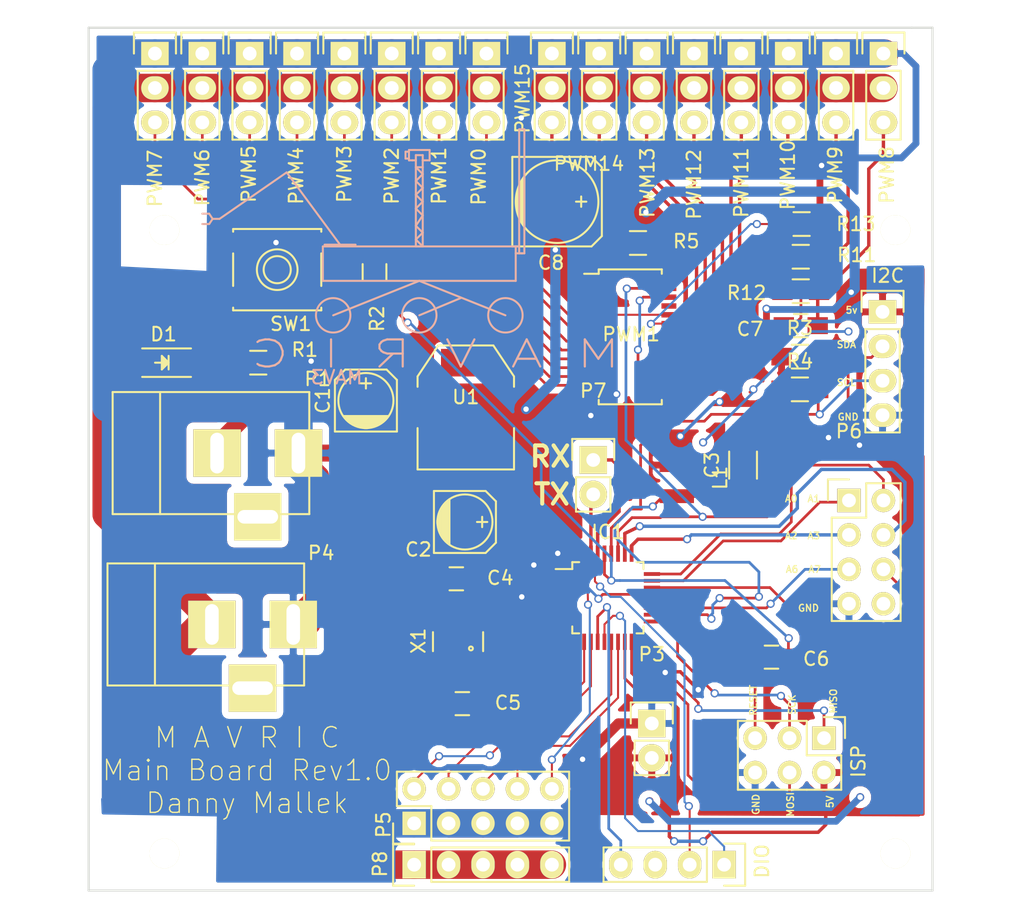
<source format=kicad_pcb>
(kicad_pcb (version 4) (host pcbnew 4.0.0-rc2-stable)
  (layers (0 F.Cu signal) (31 B.Cu signal) (34 B.Paste user) (35 F.Paste user) (36 B.SilkS user) (37 F.SilkS user) (38 B.Mask user) (39 F.Mask user) (44 Edge.Cuts user))
  (net 0 "")
  (net 1 VCC)
  (net 2 GND)
  (net 3 +5V)
  (net 4 "Net-(C3-Pad1)")
  (net 5 /OSC1)
  (net 6 /OSC2)
  (net 7 /~RESET)
  (net 8 "Net-(C6-Pad2)")
  (net 9 /PWM8)
  (net 10 "Net-(D1-Pad1)")
  (net 11 /PWM2/B)
  (net 12 /DIO2)
  (net 13 /PMW0/B)
  (net 14 /PMW0/A)
  (net 15 /DIO3)
  (net 16 /DIO0)
  (net 17 /PWM1/A)
  (net 18 /PWM1/B)
  (net 19 /MOSI)
  (net 20 /MISO)
  (net 21 /SCK)
  (net 22 /ADC6)
  (net 23 "Net-(IC1-Pad20)")
  (net 24 /ADC7)
  (net 25 /ADC0)
  (net 26 /ADC1)
  (net 27 /ADC2)
  (net 28 /ADC3)
  (net 29 /SDA)
  (net 30 /SCL)
  (net 31 /RX)
  (net 32 /TX)
  (net 33 /DIO1)
  (net 34 /7.4v)
  (net 35 /PWM0)
  (net 36 /PWM1)
  (net 37 /PWM2)
  (net 38 /PWM3)
  (net 39 /PWM4)
  (net 40 /PWM5)
  (net 41 /PWM6)
  (net 42 /PWM7)
  (net 43 /PWM9)
  (net 44 /PWM10)
  (net 45 /PWM11)
  (net 46 /PWM12)
  (net 47 /PWM13)
  (net 48 /PWM14)
  (net 49 /PWM15)
  (net 50 "Net-(PWM1-Pad15)")
  (net 51 "Net-(PWM1-Pad16)")
  (net 52 "Net-(PWM1-Pad23)")
  (net 53 "Net-(PWM1-Pad25)")
  (net 54 "Net-(X1-Pad3)")
  (net 55 /AddrPull)
  (module Mounting_Holes:MountingHole_2.2mm_M2 (layer F.Cu) (at 154.686 93.4085)
    (fp_text reference REF** hide)
    (fp_text value MountingHole_2.2mm_M2)
    (pad 1 np_thru_hole circle (at 0 0) (size 2.2 2.2) (drill 2.2) (layers *.Cu *.Mask F.SilkS))
  )
  (module Capacitors_SMD:c_elec_4x4.5 (layer F.Cu) (at 169.545 60.0075 90)
    (fp_text reference C1 (at 0 -3.175 90) (layer F.SilkS))
    (fp_text value 10u)
    (pad 1 smd rect (at 1.80086 0 90) (size 2.60096 1.6002) (layers F.Cu F.Paste F.Mask) (net 1 VCC))
    (pad 2 smd rect (at -1.80086 0 90) (size 2.60096 1.6002) (layers F.Cu F.Paste F.Mask) (net 2 GND))
  )
  (module Capacitors_SMD:c_elec_4x4.5 (layer F.Cu) (at 176.8475 68.961)
    (fp_text reference C2 (at -3.429 2.032) (layer F.SilkS))
    (fp_text value 10u)
    (pad 1 smd rect (at 1.80086 0) (size 2.60096 1.6002) (layers F.Cu F.Paste F.Mask) (net 3 +5V))
    (pad 2 smd rect (at -1.80086 0) (size 2.60096 1.6002) (layers F.Cu F.Paste F.Mask) (net 2 GND))
  )
  (module Capacitors_SMD:C_1206_HandSoldering (layer F.Cu) (at 197.358 64.77 90)
    (fp_text reference C3 (at 0 -2.3 90) (layer F.SilkS))
    (fp_text value 100n)
    (pad 1 smd rect (at -2 0 90) (size 2 1.6) (layers F.Cu F.Paste F.Mask) (net 4 "Net-(C3-Pad1)"))
    (pad 2 smd rect (at 2 0 90) (size 2 1.6) (layers F.Cu F.Paste F.Mask) (net 2 GND))
  )
  (module Capacitors_SMD:C_0805_HandSoldering (layer F.Cu) (at 201.6125 54.483 180)
    (fp_text reference C7 (at 3.7465 -0.254 180) (layer F.SilkS))
    (fp_text value 100nf)
    (pad 1 smd rect (at -1.25 0 180) (size 1.5 1.25) (layers F.Cu F.Paste F.Mask) (net 9 /PWM8))
    (pad 2 smd rect (at 1.25 0 180) (size 1.5 1.25) (layers F.Cu F.Paste F.Mask) (net 2 GND))
  )
  (module Capacitors_SMD:c_elec_6.3x5.8 (layer F.Cu) (at 183.642 45.339)
    (fp_text reference C8 (at -0.4445 4.5085) (layer F.SilkS))
    (fp_text value 150u)
    (pad 1 smd rect (at 2.75082 0) (size 3.59918 1.6002) (layers F.Cu F.Paste F.Mask) (net 3 +5V))
    (pad 2 smd rect (at -2.75082 0) (size 3.59918 1.6002) (layers F.Cu F.Paste F.Mask) (net 2 GND))
  )
  (module LEDs:LED_1206 (layer F.Cu) (at 154.4955 57.2135 180)
    (fp_text reference D1 (at -0.127 2.0955 180) (layer F.SilkS))
    (fp_text value LED)
    (pad 2 smd rect (at 1.41986 0) (size 1.59766 1.80086) (layers F.Cu F.Paste F.Mask) (net 3 +5V))
    (pad 1 smd rect (at -1.41986 0) (size 1.59766 1.80086) (layers F.Cu F.Paste F.Mask) (net 10 "Net-(D1-Pad1)"))
  )
  (module Housings_QFP:LQFP-32_5x5mm_Pitch0.5mm (layer F.Cu) (at 187.3885 74.549)
    (fp_text reference IC1 (at 0 -4.85) (layer F.SilkS))
    (fp_text value ATMEGA328-A)
    (pad 1 smd rect (at -3.25 -1.75) (size 1.2 0.28) (layers F.Cu F.Paste F.Mask) (net 11 /PWM2/B))
    (pad 2 smd rect (at -3.25 -1.25) (size 1.2 0.28) (layers F.Cu F.Paste F.Mask) (net 12 /DIO2))
    (pad 3 smd rect (at -3.25 -0.75) (size 1.2 0.28) (layers F.Cu F.Paste F.Mask) (net 2 GND))
    (pad 4 smd rect (at -3.25 -0.25) (size 1.2 0.28) (layers F.Cu F.Paste F.Mask) (net 3 +5V))
    (pad 5 smd rect (at -3.25 0.25) (size 1.2 0.28) (layers F.Cu F.Paste F.Mask) (net 2 GND))
    (pad 6 smd rect (at -3.25 0.75) (size 1.2 0.28) (layers F.Cu F.Paste F.Mask) (net 3 +5V))
    (pad 7 smd rect (at -3.25 1.25) (size 1.2 0.28) (layers F.Cu F.Paste F.Mask) (net 5 /OSC1))
    (pad 8 smd rect (at -3.25 1.75) (size 1.2 0.28) (layers F.Cu F.Paste F.Mask) (net 6 /OSC2))
    (pad 9 smd rect (at -1.75 3.25 90) (size 1.2 0.28) (layers F.Cu F.Paste F.Mask) (net 13 /PMW0/B))
    (pad 10 smd rect (at -1.25 3.25 90) (size 1.2 0.28) (layers F.Cu F.Paste F.Mask) (net 14 /PMW0/A))
    (pad 11 smd rect (at -0.75 3.25 90) (size 1.2 0.28) (layers F.Cu F.Paste F.Mask) (net 15 /DIO3))
    (pad 12 smd rect (at -0.25 3.25 90) (size 1.2 0.28) (layers F.Cu F.Paste F.Mask) (net 16 /DIO0))
    (pad 13 smd rect (at 0.25 3.25 90) (size 1.2 0.28) (layers F.Cu F.Paste F.Mask) (net 17 /PWM1/A))
    (pad 14 smd rect (at 0.75 3.25 90) (size 1.2 0.28) (layers F.Cu F.Paste F.Mask) (net 18 /PWM1/B))
    (pad 15 smd rect (at 1.25 3.25 90) (size 1.2 0.28) (layers F.Cu F.Paste F.Mask) (net 19 /MOSI))
    (pad 16 smd rect (at 1.75 3.25 90) (size 1.2 0.28) (layers F.Cu F.Paste F.Mask) (net 20 /MISO))
    (pad 17 smd rect (at 3.25 1.75) (size 1.2 0.28) (layers F.Cu F.Paste F.Mask) (net 21 /SCK))
    (pad 18 smd rect (at 3.25 1.25) (size 1.2 0.28) (layers F.Cu F.Paste F.Mask) (net 4 "Net-(C3-Pad1)"))
    (pad 19 smd rect (at 3.25 0.75) (size 1.2 0.28) (layers F.Cu F.Paste F.Mask) (net 22 /ADC6))
    (pad 20 smd rect (at 3.25 0.25) (size 1.2 0.28) (layers F.Cu F.Paste F.Mask) (net 23 "Net-(IC1-Pad20)"))
    (pad 21 smd rect (at 3.25 -0.25) (size 1.2 0.28) (layers F.Cu F.Paste F.Mask) (net 2 GND))
    (pad 22 smd rect (at 3.25 -0.75) (size 1.2 0.28) (layers F.Cu F.Paste F.Mask) (net 24 /ADC7))
    (pad 23 smd rect (at 3.25 -1.25) (size 1.2 0.28) (layers F.Cu F.Paste F.Mask) (net 25 /ADC0))
    (pad 24 smd rect (at 3.25 -1.75) (size 1.2 0.28) (layers F.Cu F.Paste F.Mask) (net 26 /ADC1))
    (pad 25 smd rect (at 1.75 -3.25 90) (size 1.2 0.28) (layers F.Cu F.Paste F.Mask) (net 27 /ADC2))
    (pad 26 smd rect (at 1.25 -3.25 90) (size 1.2 0.28) (layers F.Cu F.Paste F.Mask) (net 28 /ADC3))
    (pad 27 smd rect (at 0.75 -3.25 90) (size 1.2 0.28) (layers F.Cu F.Paste F.Mask) (net 29 /SDA))
    (pad 28 smd rect (at 0.25 -3.25 90) (size 1.2 0.28) (layers F.Cu F.Paste F.Mask) (net 30 /SCL))
    (pad 29 smd rect (at -0.25 -3.25 90) (size 1.2 0.28) (layers F.Cu F.Paste F.Mask) (net 7 /~RESET))
    (pad 30 smd rect (at -0.75 -3.25 90) (size 1.2 0.28) (layers F.Cu F.Paste F.Mask) (net 31 /RX))
    (pad 31 smd rect (at -1.25 -3.25 90) (size 1.2 0.28) (layers F.Cu F.Paste F.Mask) (net 32 /TX))
    (pad 32 smd rect (at -1.75 -3.25 90) (size 1.2 0.28) (layers F.Cu F.Paste F.Mask) (net 33 /DIO1))
  )
  (module Inductors_NEOSID:Neosid_Inductor_SM-NE29_SMD1008 (layer F.Cu) (at 192.4685 65.913 270)
    (fp_text reference L1 (at -0.20066 -3.2004 270) (layer F.SilkS))
    (fp_text value 10u)
    (pad 2 smd rect (at 1.14554 0 270) (size 1.02108 2.54) (layers F.Cu F.Paste F.Mask) (net 4 "Net-(C3-Pad1)"))
    (pad 1 smd rect (at -1.14554 0 270) (size 1.02108 2.54) (layers F.Cu F.Paste F.Mask) (net 3 +5V))
  )
  (module Connect:BARREL_JACK (layer F.Cu) (at 158.369 63.881)
    (fp_text reference P1 (at 7.62 -5.461 180) (layer F.SilkS))
    (fp_text value 7-16v)
    (pad 1 thru_hole rect (at 6.20014 0) (size 3.50012 3.50012) (drill oval 1.00076 2.99974) (layers *.Cu *.Mask F.SilkS) (net 2 GND))
    (pad 2 thru_hole rect (at 0.20066 0) (size 3.50012 3.50012) (drill oval 1.00076 2.99974) (layers *.Cu *.Mask F.SilkS) (net 1 VCC))
    (pad 3 thru_hole rect (at 3.2004 4.699) (size 3.50012 3.50012) (drill oval 2.99974 1.00076) (layers *.Cu *.Mask F.SilkS))
  )
  (module Pin_Headers:Pin_Header_Straight_1x02 (layer F.Cu) (at 190.627 83.82)
    (fp_text reference P3 (at 0 -5.1) (layer F.SilkS))
    (fp_text value 5vReg)
    (pad 1 thru_hole rect (at 0 0) (size 2.032 2.032) (drill 1.016) (layers *.Cu *.Mask F.SilkS) (net 2 GND))
    (pad 2 thru_hole oval (at 0 2.54) (size 2.032 2.032) (drill 1.016) (layers *.Cu *.Mask F.SilkS) (net 3 +5V))
  )
  (module Connect:BARREL_JACK (layer F.Cu) (at 157.988 76.5175)
    (fp_text reference P4 (at 8.255 -5.2705 180) (layer F.SilkS))
    (fp_text value "Servo Power")
    (pad 1 thru_hole rect (at 6.20014 0) (size 3.50012 3.50012) (drill oval 1.00076 2.99974) (layers *.Cu *.Mask F.SilkS) (net 2 GND))
    (pad 2 thru_hole rect (at 0.20066 0) (size 3.50012 3.50012) (drill oval 1.00076 2.99974) (layers *.Cu *.Mask F.SilkS) (net 34 /7.4v))
    (pad 3 thru_hole rect (at 3.2004 4.699) (size 3.50012 3.50012) (drill oval 2.99974 1.00076) (layers *.Cu *.Mask F.SilkS))
  )
  (module Pin_Headers:Pin_Header_Straight_1x02 (layer F.Cu) (at 186.309 64.389)
    (fp_text reference P7 (at 0 -5.1) (layer F.SilkS))
    (fp_text value RS232)
    (pad 1 thru_hole rect (at 0 0) (size 2.032 2.032) (drill 1.016) (layers *.Cu *.Mask F.SilkS) (net 31 /RX))
    (pad 2 thru_hole oval (at 0 2.54) (size 2.032 2.032) (drill 1.016) (layers *.Cu *.Mask F.SilkS) (net 32 /TX))
  )
  (module Pin_Headers:Pin_Header_Straight_1x05 (layer F.Cu) (at 173.101 94.234 90)
    (fp_text reference P8 (at 0.0508 -2.5146 90) (layer F.SilkS))
    (fp_text value "Servo Power 1")
    (pad 1 thru_hole rect (at 0 0 90) (size 2.032 1.7272) (drill 1.016) (layers *.Cu *.Mask F.SilkS) (net 34 /7.4v))
    (pad 2 thru_hole oval (at 0 2.54 90) (size 2.032 1.7272) (drill 1.016) (layers *.Cu *.Mask F.SilkS) (net 34 /7.4v))
    (pad 3 thru_hole oval (at 0 5.08 90) (size 2.032 1.7272) (drill 1.016) (layers *.Cu *.Mask F.SilkS) (net 34 /7.4v))
    (pad 4 thru_hole oval (at 0 7.62 90) (size 2.032 1.7272) (drill 1.016) (layers *.Cu *.Mask F.SilkS) (net 34 /7.4v))
    (pad 5 thru_hole oval (at 0 10.16 90) (size 2.032 1.7272) (drill 1.016) (layers *.Cu *.Mask F.SilkS) (net 34 /7.4v))
  )
  (module Pin_Headers:Pin_Header_Straight_1x04 (layer F.Cu) (at 195.961 94.234 270)
    (fp_text reference DIO (at -0.254 -2.794 270) (layer F.SilkS))
    (fp_text value "DIO Port")
    (pad 1 thru_hole rect (at 0 0 270) (size 2.032 1.7272) (drill 1.016) (layers *.Cu *.Mask F.SilkS) (net 16 /DIO0))
    (pad 2 thru_hole oval (at 0 2.54 270) (size 2.032 1.7272) (drill 1.016) (layers *.Cu *.Mask F.SilkS) (net 33 /DIO1))
    (pad 3 thru_hole oval (at 0 5.08 270) (size 2.032 1.7272) (drill 1.016) (layers *.Cu *.Mask F.SilkS) (net 12 /DIO2))
    (pad 4 thru_hole oval (at 0 7.62 270) (size 2.032 1.7272) (drill 1.016) (layers *.Cu *.Mask F.SilkS) (net 15 /DIO3))
  )
  (module Pin_Headers:Pin_Header_Straight_2x03 (layer F.Cu) (at 203.327 84.8995 270)
    (fp_text reference ISP (at 1.7145 -2.54 270) (layer F.SilkS))
    (fp_text value ISP)
    (pad 1 thru_hole rect (at 0 0 270) (size 1.7272 1.7272) (drill 1.016) (layers *.Cu *.Mask F.SilkS) (net 20 /MISO))
    (pad 2 thru_hole oval (at 2.54 0 270) (size 1.7272 1.7272) (drill 1.016) (layers *.Cu *.Mask F.SilkS) (net 3 +5V))
    (pad 3 thru_hole oval (at 0 2.54 270) (size 1.7272 1.7272) (drill 1.016) (layers *.Cu *.Mask F.SilkS) (net 21 /SCK))
    (pad 4 thru_hole oval (at 2.54 2.54 270) (size 1.7272 1.7272) (drill 1.016) (layers *.Cu *.Mask F.SilkS) (net 19 /MOSI))
    (pad 5 thru_hole oval (at 0 5.08 270) (size 1.7272 1.7272) (drill 1.016) (layers *.Cu *.Mask F.SilkS) (net 8 "Net-(C6-Pad2)"))
    (pad 6 thru_hole oval (at 2.54 5.08 270) (size 1.7272 1.7272) (drill 1.016) (layers *.Cu *.Mask F.SilkS) (net 2 GND))
  )
  (module Housings_SSOP:TSSOP-28_4.4x9.7mm_Pitch0.65mm (layer F.Cu) (at 189.0395 55.3085)
    (fp_text reference PWM1 (at 0.0635 -0.1905) (layer F.SilkS))
    (fp_text value PCA9685)
    (pad 1 smd rect (at -2.85 -4.225) (size 1.1 0.4) (layers F.Cu F.Paste F.Mask) (net 55 /AddrPull))
    (pad 2 smd rect (at -2.85 -3.575) (size 1.1 0.4) (layers F.Cu F.Paste F.Mask) (net 55 /AddrPull))
    (pad 3 smd rect (at -2.85 -2.925) (size 1.1 0.4) (layers F.Cu F.Paste F.Mask) (net 55 /AddrPull))
    (pad 4 smd rect (at -2.85 -2.275) (size 1.1 0.4) (layers F.Cu F.Paste F.Mask) (net 55 /AddrPull))
    (pad 5 smd rect (at -2.85 -1.625) (size 1.1 0.4) (layers F.Cu F.Paste F.Mask) (net 55 /AddrPull))
    (pad 6 smd rect (at -2.85 -0.975) (size 1.1 0.4) (layers F.Cu F.Paste F.Mask) (net 35 /PWM0))
    (pad 7 smd rect (at -2.85 -0.325) (size 1.1 0.4) (layers F.Cu F.Paste F.Mask) (net 36 /PWM1))
    (pad 8 smd rect (at -2.85 0.325) (size 1.1 0.4) (layers F.Cu F.Paste F.Mask) (net 37 /PWM2))
    (pad 9 smd rect (at -2.85 0.975) (size 1.1 0.4) (layers F.Cu F.Paste F.Mask) (net 38 /PWM3))
    (pad 10 smd rect (at -2.85 1.625) (size 1.1 0.4) (layers F.Cu F.Paste F.Mask) (net 39 /PWM4))
    (pad 11 smd rect (at -2.85 2.275) (size 1.1 0.4) (layers F.Cu F.Paste F.Mask) (net 40 /PWM5))
    (pad 12 smd rect (at -2.85 2.925) (size 1.1 0.4) (layers F.Cu F.Paste F.Mask) (net 41 /PWM6))
    (pad 13 smd rect (at -2.85 3.575) (size 1.1 0.4) (layers F.Cu F.Paste F.Mask) (net 42 /PWM7))
    (pad 14 smd rect (at -2.85 4.225) (size 1.1 0.4) (layers F.Cu F.Paste F.Mask) (net 2 GND))
    (pad 15 smd rect (at 2.85 4.225) (size 1.1 0.4) (layers F.Cu F.Paste F.Mask) (net 50 "Net-(PWM1-Pad15)"))
    (pad 16 smd rect (at 2.85 3.575) (size 1.1 0.4) (layers F.Cu F.Paste F.Mask) (net 51 "Net-(PWM1-Pad16)"))
    (pad 17 smd rect (at 2.85 2.925) (size 1.1 0.4) (layers F.Cu F.Paste F.Mask) (net 44 /PWM10))
    (pad 18 smd rect (at 2.85 2.275) (size 1.1 0.4) (layers F.Cu F.Paste F.Mask) (net 45 /PWM11))
    (pad 19 smd rect (at 2.85 1.625) (size 1.1 0.4) (layers F.Cu F.Paste F.Mask) (net 46 /PWM12))
    (pad 20 smd rect (at 2.85 0.975) (size 1.1 0.4) (layers F.Cu F.Paste F.Mask) (net 47 /PWM13))
    (pad 21 smd rect (at 2.85 0.325) (size 1.1 0.4) (layers F.Cu F.Paste F.Mask) (net 48 /PWM14))
    (pad 22 smd rect (at 2.85 -0.325) (size 1.1 0.4) (layers F.Cu F.Paste F.Mask) (net 49 /PWM15))
    (pad 23 smd rect (at 2.85 -0.975) (size 1.1 0.4) (layers F.Cu F.Paste F.Mask) (net 52 "Net-(PWM1-Pad23)"))
    (pad 24 smd rect (at 2.85 -1.625) (size 1.1 0.4) (layers F.Cu F.Paste F.Mask) (net 55 /AddrPull))
    (pad 25 smd rect (at 2.85 -2.275) (size 1.1 0.4) (layers F.Cu F.Paste F.Mask) (net 53 "Net-(PWM1-Pad25)"))
    (pad 26 smd rect (at 2.85 -2.925) (size 1.1 0.4) (layers F.Cu F.Paste F.Mask) (net 30 /SCL))
    (pad 27 smd rect (at 2.85 -3.575) (size 1.1 0.4) (layers F.Cu F.Paste F.Mask) (net 29 /SDA))
    (pad 28 smd rect (at 2.85 -4.225) (size 1.1 0.4) (layers F.Cu F.Paste F.Mask) (net 3 +5V))
  )
  (module Buttons_Switches_SMD:SW_SPST_EVQP0 (layer F.Cu) (at 163.0045 50.3555 180)
    (fp_text reference SW1 (at -1 -4 180) (layer F.SilkS))
    (fp_text value SW_PUSH)
    (pad 1 smd rect (at 3.4 -2 180) (size 3.2 1) (layers F.Cu F.Paste F.Mask) (net 7 /~RESET))
    (pad 1 smd rect (at -3.4 -2 180) (size 3.2 1) (layers F.Cu F.Paste F.Mask) (net 7 /~RESET))
    (pad 2 smd rect (at -3.4 2 180) (size 3.2 1) (layers F.Cu F.Paste F.Mask) (net 2 GND))
    (pad 2 smd rect (at 3.4 2 180) (size 3.2 1) (layers F.Cu F.Paste F.Mask) (net 2 GND))
  )
  (module Crystals:Crystal_SMD_0603_4Pads (layer F.Cu) (at 176.3395 77.7875 90)
    (fp_text reference X1 (at 0.0635 -2.921 90) (layer F.SilkS))
    (fp_text value 16MHz)
    (pad 1 smd rect (at -2.19964 1.19888 90) (size 1.80086 1.39954) (layers F.Cu F.Paste F.Mask) (net 6 /OSC2))
    (pad 2 smd rect (at 2.19964 1.19888 90) (size 1.80086 1.39954) (layers F.Cu F.Paste F.Mask) (net 5 /OSC1))
    (pad 3 smd rect (at 2.19964 -1.19888 90) (size 1.80086 1.39954) (layers F.Cu F.Paste F.Mask) (net 54 "Net-(X1-Pad3)"))
    (pad 4 smd rect (at -2.19964 -1.19888 90) (size 1.80086 1.39954) (layers F.Cu F.Paste F.Mask))
  )
  (module Pin_Headers:Pin_Header_Straight_1x04 (layer F.Cu) (at 207.645 53.467)
    (fp_text reference I2C (at 0.381 -2.667 180) (layer F.SilkS))
    (fp_text value "I2C BUS")
    (pad 1 thru_hole rect (at 0 0) (size 2.032 1.7272) (drill 1.016) (layers *.Cu *.Mask F.SilkS) (net 3 +5V))
    (pad 2 thru_hole oval (at 0 2.54) (size 2.032 1.7272) (drill 1.016) (layers *.Cu *.Mask F.SilkS) (net 29 /SDA))
    (pad 3 thru_hole oval (at 0 5.08) (size 2.032 1.7272) (drill 1.016) (layers *.Cu *.Mask F.SilkS) (net 30 /SCL))
    (pad 4 thru_hole oval (at 0 7.62) (size 2.032 1.7272) (drill 1.016) (layers *.Cu *.Mask F.SilkS) (net 2 GND))
  )
  (module Pin_Headers:Pin_Header_Straight_1x03 (layer F.Cu) (at 174.9425 34.417)
    (fp_text reference PWM1 (at 0 9.017 90) (layer F.SilkS))
    (fp_text value PWM1)
    (pad 1 thru_hole rect (at 0 0) (size 2.032 1.7272) (drill 1.016) (layers *.Cu *.Mask F.SilkS) (net 2 GND))
    (pad 2 thru_hole oval (at 0 2.54) (size 2.032 1.7272) (drill 1.016) (layers *.Cu *.Mask F.SilkS) (net 34 /7.4v))
    (pad 3 thru_hole oval (at 0 5.08) (size 2.032 1.7272) (drill 1.016) (layers *.Cu *.Mask F.SilkS) (net 36 /PWM1))
  )
  (module Pin_Headers:Pin_Header_Straight_1x03 (layer F.Cu) (at 178.435 34.417)
    (fp_text reference PWM0 (at -0.5715 9.0805 90) (layer F.SilkS))
    (fp_text value PWM0)
    (pad 1 thru_hole rect (at 0 0) (size 2.032 1.7272) (drill 1.016) (layers *.Cu *.Mask F.SilkS) (net 2 GND))
    (pad 2 thru_hole oval (at 0 2.54) (size 2.032 1.7272) (drill 1.016) (layers *.Cu *.Mask F.SilkS) (net 34 /7.4v))
    (pad 3 thru_hole oval (at 0 5.08) (size 2.032 1.7272) (drill 1.016) (layers *.Cu *.Mask F.SilkS) (net 35 /PWM0))
  )
  (module Pin_Headers:Pin_Header_Straight_1x03 (layer F.Cu) (at 171.45 34.417)
    (fp_text reference PWM2 (at 0 9.017 90) (layer F.SilkS))
    (fp_text value PWM2)
    (pad 1 thru_hole rect (at 0 0) (size 2.032 1.7272) (drill 1.016) (layers *.Cu *.Mask F.SilkS) (net 2 GND))
    (pad 2 thru_hole oval (at 0 2.54) (size 2.032 1.7272) (drill 1.016) (layers *.Cu *.Mask F.SilkS) (net 34 /7.4v))
    (pad 3 thru_hole oval (at 0 5.08) (size 2.032 1.7272) (drill 1.016) (layers *.Cu *.Mask F.SilkS) (net 37 /PWM2))
  )
  (module Pin_Headers:Pin_Header_Straight_1x03 (layer F.Cu) (at 167.9575 34.417)
    (fp_text reference PWM3 (at 0 8.89 90) (layer F.SilkS))
    (fp_text value PWM3)
    (pad 1 thru_hole rect (at 0 0) (size 2.032 1.7272) (drill 1.016) (layers *.Cu *.Mask F.SilkS) (net 2 GND))
    (pad 2 thru_hole oval (at 0 2.54) (size 2.032 1.7272) (drill 1.016) (layers *.Cu *.Mask F.SilkS) (net 34 /7.4v))
    (pad 3 thru_hole oval (at 0 5.08) (size 2.032 1.7272) (drill 1.016) (layers *.Cu *.Mask F.SilkS) (net 38 /PWM3))
  )
  (module Pin_Headers:Pin_Header_Straight_1x03 (layer F.Cu) (at 164.465 34.417)
    (fp_text reference PWM4 (at -0.0635 9.017 90) (layer F.SilkS))
    (fp_text value PWM4)
    (pad 1 thru_hole rect (at 0 0) (size 2.032 1.7272) (drill 1.016) (layers *.Cu *.Mask F.SilkS) (net 2 GND))
    (pad 2 thru_hole oval (at 0 2.54) (size 2.032 1.7272) (drill 1.016) (layers *.Cu *.Mask F.SilkS) (net 34 /7.4v))
    (pad 3 thru_hole oval (at 0 5.08) (size 2.032 1.7272) (drill 1.016) (layers *.Cu *.Mask F.SilkS) (net 39 /PWM4))
  )
  (module Pin_Headers:Pin_Header_Straight_1x03 (layer F.Cu) (at 160.9725 34.417)
    (fp_text reference PWM5 (at -0.0635 8.89 90) (layer F.SilkS))
    (fp_text value PWM5)
    (pad 1 thru_hole rect (at 0 0) (size 2.032 1.7272) (drill 1.016) (layers *.Cu *.Mask F.SilkS) (net 2 GND))
    (pad 2 thru_hole oval (at 0 2.54) (size 2.032 1.7272) (drill 1.016) (layers *.Cu *.Mask F.SilkS) (net 34 /7.4v))
    (pad 3 thru_hole oval (at 0 5.08) (size 2.032 1.7272) (drill 1.016) (layers *.Cu *.Mask F.SilkS) (net 40 /PWM5))
  )
  (module Pin_Headers:Pin_Header_Straight_1x03 (layer F.Cu) (at 157.48 34.417)
    (fp_text reference PWM6 (at 0 9.144 90) (layer F.SilkS))
    (fp_text value PWM6)
    (pad 1 thru_hole rect (at 0 0) (size 2.032 1.7272) (drill 1.016) (layers *.Cu *.Mask F.SilkS) (net 2 GND))
    (pad 2 thru_hole oval (at 0 2.54) (size 2.032 1.7272) (drill 1.016) (layers *.Cu *.Mask F.SilkS) (net 34 /7.4v))
    (pad 3 thru_hole oval (at 0 5.08) (size 2.032 1.7272) (drill 1.016) (layers *.Cu *.Mask F.SilkS) (net 41 /PWM6))
  )
  (module Pin_Headers:Pin_Header_Straight_1x03 (layer F.Cu) (at 153.9875 34.417)
    (fp_text reference PWM7 (at 0 9.2075 90) (layer F.SilkS))
    (fp_text value PWM7)
    (pad 1 thru_hole rect (at 0 0) (size 2.032 1.7272) (drill 1.016) (layers *.Cu *.Mask F.SilkS) (net 2 GND))
    (pad 2 thru_hole oval (at 0 2.54) (size 2.032 1.7272) (drill 1.016) (layers *.Cu *.Mask F.SilkS) (net 34 /7.4v))
    (pad 3 thru_hole oval (at 0 5.08) (size 2.032 1.7272) (drill 1.016) (layers *.Cu *.Mask F.SilkS) (net 42 /PWM7))
  )
  (module Pin_Headers:Pin_Header_Straight_1x03 (layer F.Cu) (at 207.7085 34.417)
    (fp_text reference PWM8 (at 0.254 8.9535 90) (layer F.SilkS))
    (fp_text value PWM8)
    (pad 1 thru_hole rect (at 0 0) (size 2.032 1.7272) (drill 1.016) (layers *.Cu *.Mask F.SilkS) (net 2 GND))
    (pad 2 thru_hole oval (at 0 2.54) (size 2.032 1.7272) (drill 1.016) (layers *.Cu *.Mask F.SilkS) (net 34 /7.4v))
    (pad 3 thru_hole oval (at 0 5.08) (size 2.032 1.7272) (drill 1.016) (layers *.Cu *.Mask F.SilkS) (net 9 /PWM8))
  )
  (module Pin_Headers:Pin_Header_Straight_1x03 (layer F.Cu) (at 204.216 34.417)
    (fp_text reference PWM9 (at -0.0635 8.9535 90) (layer F.SilkS))
    (fp_text value PWM9)
    (pad 1 thru_hole rect (at 0 0) (size 2.032 1.7272) (drill 1.016) (layers *.Cu *.Mask F.SilkS) (net 2 GND))
    (pad 2 thru_hole oval (at 0 2.54) (size 2.032 1.7272) (drill 1.016) (layers *.Cu *.Mask F.SilkS) (net 34 /7.4v))
    (pad 3 thru_hole oval (at 0 5.08) (size 2.032 1.7272) (drill 1.016) (layers *.Cu *.Mask F.SilkS) (net 43 /PWM9))
  )
  (module Pin_Headers:Pin_Header_Straight_1x03 (layer F.Cu) (at 200.7235 34.417)
    (fp_text reference PWM10 (at -0.0635 8.9535 90) (layer F.SilkS))
    (fp_text value PWM10)
    (pad 1 thru_hole rect (at 0 0) (size 2.032 1.7272) (drill 1.016) (layers *.Cu *.Mask F.SilkS) (net 2 GND))
    (pad 2 thru_hole oval (at 0 2.54) (size 2.032 1.7272) (drill 1.016) (layers *.Cu *.Mask F.SilkS) (net 34 /7.4v))
    (pad 3 thru_hole oval (at 0 5.08) (size 2.032 1.7272) (drill 1.016) (layers *.Cu *.Mask F.SilkS) (net 44 /PWM10))
  )
  (module Pin_Headers:Pin_Header_Straight_1x03 (layer F.Cu) (at 197.231 34.417)
    (fp_text reference PWM11 (at 0 9.525 90) (layer F.SilkS))
    (fp_text value PWM11)
    (pad 1 thru_hole rect (at 0 0) (size 2.032 1.7272) (drill 1.016) (layers *.Cu *.Mask F.SilkS) (net 2 GND))
    (pad 2 thru_hole oval (at 0 2.54) (size 2.032 1.7272) (drill 1.016) (layers *.Cu *.Mask F.SilkS) (net 34 /7.4v))
    (pad 3 thru_hole oval (at 0 5.08) (size 2.032 1.7272) (drill 1.016) (layers *.Cu *.Mask F.SilkS) (net 45 /PWM11))
  )
  (module Pin_Headers:Pin_Header_Straight_1x03 (layer F.Cu) (at 193.7385 34.417)
    (fp_text reference PWM12 (at 0 9.652 90) (layer F.SilkS))
    (fp_text value PWM12)
    (pad 1 thru_hole rect (at 0 0) (size 2.032 1.7272) (drill 1.016) (layers *.Cu *.Mask F.SilkS) (net 2 GND))
    (pad 2 thru_hole oval (at 0 2.54) (size 2.032 1.7272) (drill 1.016) (layers *.Cu *.Mask F.SilkS) (net 34 /7.4v))
    (pad 3 thru_hole oval (at 0 5.08) (size 2.032 1.7272) (drill 1.016) (layers *.Cu *.Mask F.SilkS) (net 46 /PWM12))
  )
  (module Pin_Headers:Pin_Header_Straight_1x03 (layer F.Cu) (at 190.246 34.417)
    (fp_text reference PWM13 (at 0.0635 9.525 90) (layer F.SilkS))
    (fp_text value PWM13)
    (pad 1 thru_hole rect (at 0 0) (size 2.032 1.7272) (drill 1.016) (layers *.Cu *.Mask F.SilkS) (net 2 GND))
    (pad 2 thru_hole oval (at 0 2.54) (size 2.032 1.7272) (drill 1.016) (layers *.Cu *.Mask F.SilkS) (net 34 /7.4v))
    (pad 3 thru_hole oval (at 0 5.08) (size 2.032 1.7272) (drill 1.016) (layers *.Cu *.Mask F.SilkS) (net 47 /PWM13))
  )
  (module Pin_Headers:Pin_Header_Straight_1x03 (layer F.Cu) (at 186.7535 34.417)
    (fp_text reference PWM14 (at -0.762 8.128 180) (layer F.SilkS))
    (fp_text value PWM14)
    (pad 1 thru_hole rect (at 0 0) (size 2.032 1.7272) (drill 1.016) (layers *.Cu *.Mask F.SilkS) (net 2 GND))
    (pad 2 thru_hole oval (at 0 2.54) (size 2.032 1.7272) (drill 1.016) (layers *.Cu *.Mask F.SilkS) (net 34 /7.4v))
    (pad 3 thru_hole oval (at 0 5.08) (size 2.032 1.7272) (drill 1.016) (layers *.Cu *.Mask F.SilkS) (net 48 /PWM14))
  )
  (module Pin_Headers:Pin_Header_Straight_1x03 (layer F.Cu) (at 183.261 34.417)
    (fp_text reference PWM15 (at -2.159 3.302 90) (layer F.SilkS))
    (fp_text value PWM15)
    (pad 1 thru_hole rect (at 0 0) (size 2.032 1.7272) (drill 1.016) (layers *.Cu *.Mask F.SilkS) (net 2 GND))
    (pad 2 thru_hole oval (at 0 2.54) (size 2.032 1.7272) (drill 1.016) (layers *.Cu *.Mask F.SilkS) (net 34 /7.4v))
    (pad 3 thru_hole oval (at 0 5.08) (size 2.032 1.7272) (drill 1.016) (layers *.Cu *.Mask F.SilkS) (net 49 /PWM15))
  )
  (module Resistors_SMD:R_0805_HandSoldering (layer F.Cu) (at 170.18 50.546 270)
    (fp_text reference R2 (at 3.429 -0.1905 270) (layer F.SilkS))
    (fp_text value 10k)
    (pad 1 smd rect (at -1.35 0 270) (size 1.5 1.3) (layers F.Cu F.Paste F.Mask) (net 3 +5V))
    (pad 2 smd rect (at 1.35 0 270) (size 1.5 1.3) (layers F.Cu F.Paste F.Mask) (net 7 /~RESET))
  )
  (module Capacitors_SMD:C_0805_HandSoldering (layer F.Cu) (at 176.2125 73.152)
    (fp_text reference C4 (at 3.2385 -0.0635) (layer F.SilkS))
    (fp_text value 22p)
    (pad 1 smd rect (at -1.25 0) (size 1.5 1.25) (layers F.Cu F.Paste F.Mask) (net 2 GND))
    (pad 2 smd rect (at 1.25 0) (size 1.5 1.25) (layers F.Cu F.Paste F.Mask) (net 5 /OSC1))
  )
  (module Capacitors_SMD:C_0805_HandSoldering (layer F.Cu) (at 176.657 82.3595 180)
    (fp_text reference C5 (at -3.3655 0.0635 180) (layer F.SilkS))
    (fp_text value 22p)
    (pad 1 smd rect (at -1.25 0 180) (size 1.5 1.25) (layers F.Cu F.Paste F.Mask) (net 6 /OSC2))
    (pad 2 smd rect (at 1.25 0 180) (size 1.5 1.25) (layers F.Cu F.Paste F.Mask) (net 2 GND))
  )
  (module Capacitors_SMD:C_0805_HandSoldering (layer F.Cu) (at 199.4535 78.9305 180)
    (fp_text reference C6 (at -3.302 -0.127 180) (layer F.SilkS))
    (fp_text value 100n)
    (pad 1 smd rect (at -1.25 0 180) (size 1.5 1.25) (layers F.Cu F.Paste F.Mask) (net 7 /~RESET))
    (pad 2 smd rect (at 1.25 0 180) (size 1.5 1.25) (layers F.Cu F.Paste F.Mask) (net 8 "Net-(C6-Pad2)"))
  )
  (module Resistors_SMD:R_0805_HandSoldering (layer F.Cu) (at 161.6075 57.2135)
    (fp_text reference R1 (at 3.429 -0.9525) (layer F.SilkS))
    (fp_text value 220)
    (pad 1 smd rect (at -1.35 0) (size 1.5 1.3) (layers F.Cu F.Paste F.Mask) (net 10 "Net-(D1-Pad1)"))
    (pad 2 smd rect (at 1.35 0) (size 1.5 1.3) (layers F.Cu F.Paste F.Mask) (net 2 GND))
  )
  (module Resistors_SMD:R_0805_HandSoldering (layer F.Cu) (at 201.549 56.769)
    (fp_text reference R3 (at 0 -2.1) (layer F.SilkS))
    (fp_text value 6.8k)
    (pad 1 smd rect (at -1.35 0) (size 1.5 1.3) (layers F.Cu F.Paste F.Mask) (net 3 +5V))
    (pad 2 smd rect (at 1.35 0) (size 1.5 1.3) (layers F.Cu F.Paste F.Mask) (net 29 /SDA))
  )
  (module Resistors_SMD:R_0805_HandSoldering (layer F.Cu) (at 201.549 59.182)
    (fp_text reference R4 (at 0 -2.1) (layer F.SilkS))
    (fp_text value 6.8k)
    (pad 1 smd rect (at -1.35 0) (size 1.5 1.3) (layers F.Cu F.Paste F.Mask) (net 3 +5V))
    (pad 2 smd rect (at 1.35 0) (size 1.5 1.3) (layers F.Cu F.Paste F.Mask) (net 30 /SCL))
  )
  (module Resistors_SMD:R_0805_HandSoldering (layer F.Cu) (at 189.611 48.387)
    (fp_text reference R5 (at 3.556 -0.127) (layer F.SilkS))
    (fp_text value 10k)
    (pad 1 smd rect (at -1.35 0) (size 1.5 1.3) (layers F.Cu F.Paste F.Mask) (net 55 /AddrPull))
    (pad 2 smd rect (at 1.35 0) (size 1.5 1.3) (layers F.Cu F.Paste F.Mask) (net 3 +5V))
  )
  (module Resistors_SMD:R_0805_HandSoldering (layer F.Cu) (at 201.6125 49.403 180)
    (fp_text reference R11 (at -4.1275 0.127 180) (layer F.SilkS))
    (fp_text value 220)
    (pad 1 smd rect (at -1.35 0 180) (size 1.5 1.3) (layers F.Cu F.Paste F.Mask) (net 43 /PWM9))
    (pad 2 smd rect (at 1.35 0 180) (size 1.5 1.3) (layers F.Cu F.Paste F.Mask) (net 51 "Net-(PWM1-Pad16)"))
  )
  (module Resistors_SMD:R_0805_HandSoldering (layer F.Cu) (at 201.6125 51.943 180)
    (fp_text reference R12 (at 4.0005 -0.127 180) (layer F.SilkS))
    (fp_text value 220)
    (pad 1 smd rect (at -1.35 0 180) (size 1.5 1.3) (layers F.Cu F.Paste F.Mask) (net 9 /PWM8))
    (pad 2 smd rect (at 1.35 0 180) (size 1.5 1.3) (layers F.Cu F.Paste F.Mask) (net 50 "Net-(PWM1-Pad15)"))
  )
  (module Resistors_SMD:R_0805_HandSoldering (layer F.Cu) (at 201.676 46.99 180)
    (fp_text reference R13 (at -4.0005 0 180) (layer F.SilkS))
    (fp_text value 10k)
    (pad 1 smd rect (at -1.35 0 180) (size 1.5 1.3) (layers F.Cu F.Paste F.Mask) (net 2 GND))
    (pad 2 smd rect (at 1.35 0 180) (size 1.5 1.3) (layers F.Cu F.Paste F.Mask) (net 52 "Net-(PWM1-Pad23)"))
  )
  (module Pin_Headers:Pin_Header_Straight_2x05 (layer F.Cu) (at 173.101 91.186 90)
    (fp_text reference P5 (at -0.1016 -2.2606 90) (layer F.SilkS))
    (fp_text value PMW)
    (pad 1 thru_hole rect (at 0 0 90) (size 1.7272 1.7272) (drill 1.016) (layers *.Cu *.Mask F.SilkS) (net 2 GND))
    (pad 2 thru_hole oval (at 2.54 0 90) (size 1.7272 1.7272) (drill 1.016) (layers *.Cu *.Mask F.SilkS) (net 14 /PMW0/A))
    (pad 3 thru_hole oval (at 0 2.54 90) (size 1.7272 1.7272) (drill 1.016) (layers *.Cu *.Mask F.SilkS) (net 2 GND))
    (pad 4 thru_hole oval (at 2.54 2.54 90) (size 1.7272 1.7272) (drill 1.016) (layers *.Cu *.Mask F.SilkS) (net 13 /PMW0/B))
    (pad 5 thru_hole oval (at 0 5.08 90) (size 1.7272 1.7272) (drill 1.016) (layers *.Cu *.Mask F.SilkS) (net 2 GND))
    (pad 6 thru_hole oval (at 2.54 5.08 90) (size 1.7272 1.7272) (drill 1.016) (layers *.Cu *.Mask F.SilkS) (net 17 /PWM1/A))
    (pad 7 thru_hole oval (at 0 7.62 90) (size 1.7272 1.7272) (drill 1.016) (layers *.Cu *.Mask F.SilkS) (net 2 GND))
    (pad 8 thru_hole oval (at 2.54 7.62 90) (size 1.7272 1.7272) (drill 1.016) (layers *.Cu *.Mask F.SilkS) (net 18 /PWM1/B))
    (pad 9 thru_hole oval (at 0 10.16 90) (size 1.7272 1.7272) (drill 1.016) (layers *.Cu *.Mask F.SilkS) (net 2 GND))
    (pad 10 thru_hole oval (at 2.54 10.16 90) (size 1.7272 1.7272) (drill 1.016) (layers *.Cu *.Mask F.SilkS) (net 11 /PWM2/B))
  )
  (module Pin_Headers:Pin_Header_Straight_2x04 (layer F.Cu) (at 205.1685 67.3735)
    (fp_text reference P6 (at 0 -5.1) (layer F.SilkS))
    (fp_text value "Analog Port")
    (pad 1 thru_hole rect (at 0 0) (size 1.7272 1.7272) (drill 1.016) (layers *.Cu *.Mask F.SilkS) (net 25 /ADC0))
    (pad 2 thru_hole oval (at 2.54 0) (size 1.7272 1.7272) (drill 1.016) (layers *.Cu *.Mask F.SilkS) (net 26 /ADC1))
    (pad 3 thru_hole oval (at 0 2.54) (size 1.7272 1.7272) (drill 1.016) (layers *.Cu *.Mask F.SilkS) (net 27 /ADC2))
    (pad 4 thru_hole oval (at 2.54 2.54) (size 1.7272 1.7272) (drill 1.016) (layers *.Cu *.Mask F.SilkS) (net 28 /ADC3))
    (pad 5 thru_hole oval (at 0 5.08) (size 1.7272 1.7272) (drill 1.016) (layers *.Cu *.Mask F.SilkS) (net 22 /ADC6))
    (pad 6 thru_hole oval (at 2.54 5.08) (size 1.7272 1.7272) (drill 1.016) (layers *.Cu *.Mask F.SilkS) (net 24 /ADC7))
    (pad 7 thru_hole oval (at 0 7.62) (size 1.7272 1.7272) (drill 1.016) (layers *.Cu *.Mask F.SilkS) (net 2 GND))
    (pad 8 thru_hole oval (at 2.54 7.62) (size 1.7272 1.7272) (drill 1.016) (layers *.Cu *.Mask F.SilkS))
  )
  (module TO_SOT_Packages_SMD:SOT-223 (layer F.Cu) (at 176.911 60.5155)
    (fp_text reference U1 (at 0 -0.762) (layer F.SilkS))
    (fp_text value 7805)
    (pad 4 smd rect (at 0 -3.302) (size 3.6576 2.032) (layers F.Cu F.Paste F.Mask))
    (pad 2 smd rect (at 0 3.302) (size 1.016 2.032) (layers F.Cu F.Paste F.Mask) (net 2 GND))
    (pad 3 smd rect (at 2.286 3.302) (size 1.016 2.032) (layers F.Cu F.Paste F.Mask) (net 3 +5V))
    (pad 1 smd rect (at -2.286 3.302) (size 1.016 2.032) (layers F.Cu F.Paste F.Mask) (net 1 VCC))
  )
  (module Labels:MAVRIC (layer B.Cu) (at 173.482 49.911 180)
    (fp_text reference MAV3 (at 6.096 -8.382 180) (layer B.SilkS) (effects (justify mirror)))
    (fp_text value MAVRIC)
  )
  (module Mounting_Holes:MountingHole_2.2mm_M2 (layer F.Cu) (at 208.5975 93.4085)
    (fp_text reference REF** hide)
    (fp_text value MountingHole_2.2mm_M2)
    (pad 1 np_thru_hole circle (at 0 0) (size 2.2 2.2) (drill 2.2) (layers *.Cu *.Mask F.SilkS))
  )
  (module Mounting_Holes:MountingHole_2.2mm_M2 (layer F.Cu) (at 154.686 47.4345)
    (fp_text reference REF** hide)
    (fp_text value MountingHole_2.2mm_M2)
    (pad 1 np_thru_hole circle (at 0 0) (size 2.2 2.2) (drill 2.2) (layers *.Cu *.Mask F.SilkS))
  )
  (module Mounting_Holes:MountingHole_2.2mm_M2 (layer F.Cu) (at 208.5975 47.4345)
    (fp_text reference REF** hide)
    (fp_text value MountingHole_2.2mm_M2)
    (pad 1 np_thru_hole circle (at 0 0) (size 2.2 2.2) (drill 2.2) (layers *.Cu *.Mask F.SilkS))
  )
  (module Labels:MAVRIC_TEXT (layer F.Cu) (at 142.8115 83.058)
    (fp_text reference REF** hide)
    (fp_text value MAVRIC_TEXT)
    (fp_text user "M A V R I C" (at 31.877 -26.4795) (layer B.SilkS) (effects (font (size 2 3) (thickness 0.16)) (justify mirror)))
  )
  (gr_text "M A V R I C\nMain Board Rev1.0\nDanny Mallek" (at 160.782 87.2744) (layer F.SilkS) (effects (font (size 1.5 1.5) (thickness 0.1))))
  (gr_line (start 209.804 96.139) (end 211.328 96.139) (angle 90) (layer Edge.Cuts) (width 0.15))
  (gr_line (start 209.804 32.512) (end 211.328 32.512) (angle 90) (layer Edge.Cuts) (width 0.15))
  (gr_line (start 149.098 96.139) (end 209.804 96.139) (angle 90) (layer Edge.Cuts) (width 0.15))
  (gr_line (start 209.804 32.512) (end 149.098 32.512) (angle 90) (layer Edge.Cuts) (width 0.15))
  (gr_line (start 211.328 32.512) (end 211.328 96.139) (angle 90) (layer Edge.Cuts) (width 0.15))
  (gr_line (start 149.098 96.139) (end 149.098 32.512) (angle 90) (layer Edge.Cuts) (width 0.15))
  (gr_text GND (at 202.184 75.311) (layer F.SilkS) (effects (font (size 0.5 0.5) (thickness 0.1))))
  (gr_text "A6  A7" (at 201.803 72.4535) (layer F.SilkS) (effects (font (size 0.5 0.5) (thickness 0.1))))
  (gr_text "A2  A3" (at 201.7395 69.977) (layer F.SilkS) (effects (font (size 0.5 0.5) (thickness 0.1))))
  (gr_text "A0  A1" (at 201.7395 67.2465) (layer F.SilkS) (effects (font (size 0.5 0.5) (thickness 0.1))))
  (gr_text RESET (at 198.12 82.1055 90) (layer F.SilkS) (effects (font (size 0.5 0.5) (thickness 0.1))))
  (gr_text 5V (at 203.7715 89.5985 90) (layer F.SilkS) (effects (font (size 0.5 0.5) (thickness 0.1))))
  (gr_text GND (at 198.3105 89.789 90) (layer F.SilkS) (effects (font (size 0.5 0.5) (thickness 0.1))))
  (gr_text SCK (at 200.9775 82.423 90) (layer F.SilkS) (effects (font (size 0.5 0.5) (thickness 0.1))))
  (gr_text MISO (at 204.0255 82.169 90) (layer F.SilkS) (effects (font (size 0.5 0.5) (thickness 0.1))))
  (gr_text MOSI (at 200.8505 89.789 90) (layer F.SilkS) (effects (font (size 0.5 0.5) (thickness 0.1))))
  (gr_text GND (at 205.105 61.214) (layer F.SilkS) (effects (font (size 0.5 0.5) (thickness 0.1))))
  (gr_text SCL (at 204.978 58.674) (layer F.SilkS) (effects (font (size 0.5 0.5) (thickness 0.1))))
  (gr_text SDA (at 204.978 55.88) (layer F.SilkS) (effects (font (size 0.5 0.5) (thickness 0.1))))
  (gr_text 5v (at 205.359 53.34) (layer F.SilkS) (effects (font (size 0.5 0.5) (thickness 0.1))))
  (gr_text TX (at 183.261 66.929) (layer F.SilkS) (effects (font (size 1.5 1.5) (thickness 0.3))))
  (gr_text RX (at 183.134 64.135) (layer F.SilkS) (effects (font (size 1.5 1.5) (thickness 0.3))))
  (segment (start 190.5 89.5096) (end 190.4492 89.5604) (width 0.5) (layer F.Cu) (net 0))
  (via (at 205.994 89.2556) (size 0.6) (drill 0.4) (layers F.Cu B.Cu) (net 0))
  (segment (start 204.216 91.0336) (end 205.994 89.2556) (width 0.5) (layer B.Cu) (net 0))
  (segment (start 191.9224 91.0336) (end 204.216 91.0336) (width 0.5) (layer B.Cu) (net 0))
  (segment (start 190.4492 89.5604) (end 191.9224 91.0336) (width 0.5) (layer B.Cu) (net 0))
  (via (at 190.4492 89.5604) (size 0.6) (drill 0.4) (layers F.Cu B.Cu) (net 0))
  (segment (start 194.4624 63.2968) (end 194.4624 63.1444) (width 0.2) (layer F.Cu) (net 0))
  (segment (start 198.12 59.3852) (end 198.12 59.182) (width 0.2) (layer B.Cu) (net 0))
  (segment (start 194.4116 63.0936) (end 198.12 59.3852) (width 0.2) (layer B.Cu) (net 0))
  (via (at 194.4116 63.0936) (size 0.6) (drill 0.4) (layers F.Cu B.Cu) (net 0))
  (segment (start 194.4624 63.1444) (end 194.4116 63.0936) (width 0.2) (layer F.Cu) (net 0))
  (segment (start 197.866 59.3852) (end 197.9168 59.3852) (width 0.2) (layer F.Cu) (net 0))
  (via (at 205.1304 54.9148) (size 0.6) (drill 0.4) (layers F.Cu B.Cu) (net 0))
  (segment (start 202.3872 54.9148) (end 205.1304 54.9148) (width 0.2) (layer B.Cu) (net 0))
  (segment (start 198.12 59.182) (end 202.3872 54.9148) (width 0.2) (layer B.Cu) (net 0))
  (via (at 198.12 59.182) (size 0.6) (drill 0.4) (layers F.Cu B.Cu) (net 0))
  (segment (start 197.9168 59.3852) (end 198.12 59.182) (width 0.2) (layer F.Cu) (net 0))
  (segment (start 174.625 63.8175) (end 174.625 61.595) (width 0.75) (layer F.Cu) (net 1))
  (segment (start 171.23664 58.20664) (end 169.545 58.20664) (width 0.75) (layer F.Cu) (net 1))
  (segment (start 174.625 61.595) (end 171.23664 58.20664) (width 0.75) (layer F.Cu) (net 1))
  (segment (start 158.56966 63.23584) (end 162.052 59.7535) (width 1.25) (layer F.Cu) (net 1))
  (segment (start 168.36136 58.20664) (end 169.545 58.20664) (width 1.25) (layer F.Cu) (net 1))
  (segment (start 166.8145 59.7535) (end 168.36136 58.20664) (width 1.25) (layer F.Cu) (net 1))
  (segment (start 162.052 59.7535) (end 166.8145 59.7535) (width 1.25) (layer F.Cu) (net 1))
  (segment (start 158.56966 63.881) (end 158.56966 63.23584) (width 1.25) (layer F.Cu) (net 1))
  (segment (start 197.358 62.77) (end 203.6252 62.77) (width 0.25) (layer F.Cu) (net 2))
  (segment (start 205.994 63.3476) (end 206.1464 63.3476) (width 0.25) (layer F.Cu) (net 2))
  (segment (start 205.9432 63.2968) (end 205.994 63.3476) (width 0.25) (layer F.Cu) (net 2))
  (via (at 205.9432 63.2968) (size 0.6) (drill 0.4) (layers F.Cu B.Cu) (net 2))
  (segment (start 204.216 63.2968) (end 205.9432 63.2968) (width 0.25) (layer B.Cu) (net 2))
  (segment (start 203.6572 62.738) (end 204.216 63.2968) (width 0.25) (layer B.Cu) (net 2))
  (via (at 203.6572 62.738) (size 0.6) (drill 0.4) (layers F.Cu B.Cu) (net 2))
  (segment (start 203.6252 62.77) (end 203.6572 62.738) (width 0.25) (layer F.Cu) (net 2))
  (via (at 185.5216 86.4616) (size 0.6) (drill 0.4) (layers F.Cu B.Cu) (net 2))
  (segment (start 190.627 83.82) (end 188.1632 83.82) (width 0.75) (layer F.Cu) (net 2))
  (segment (start 188.1632 83.82) (end 185.5216 86.4616) (width 0.75) (layer F.Cu) (net 2))
  (segment (start 183.261 91.186) (end 185.2676 91.186) (width 2.1) (layer B.Cu) (net 2))
  (segment (start 185.2676 91.186) (end 185.3184 91.1352) (width 2.1) (layer B.Cu) (net 2))
  (segment (start 180.721 91.186) (end 183.261 91.186) (width 2.1) (layer B.Cu) (net 2))
  (segment (start 173.101 91.186) (end 175.641 91.186) (width 2.1) (layer B.Cu) (net 2))
  (segment (start 175.641 91.186) (end 178.181 91.186) (width 2.1) (layer B.Cu) (net 2))
  (segment (start 178.181 91.186) (end 180.721 91.186) (width 2.1) (layer B.Cu) (net 2))
  (segment (start 173.101 91.186) (end 169.418 91.186) (width 2.1) (layer B.Cu) (net 2))
  (segment (start 169.418 91.186) (end 169.2656 91.0336) (width 2.1) (layer B.Cu) (net 2))
  (segment (start 191.4144 80.01) (end 191.5668 80.01) (width 0.25) (layer B.Cu) (net 2))
  (via (at 194.056 81.3308) (size 0.6) (drill 0.4) (layers F.Cu B.Cu) (net 2))
  (segment (start 192.7352 80.01) (end 194.056 81.3308) (width 0.25) (layer F.Cu) (net 2))
  (segment (start 191.6684 80.01) (end 192.7352 80.01) (width 0.25) (layer F.Cu) (net 2))
  (segment (start 191.6176 80.0608) (end 191.6684 80.01) (width 0.25) (layer F.Cu) (net 2))
  (via (at 191.6176 80.0608) (size 0.6) (drill 0.4) (layers F.Cu B.Cu) (net 2))
  (segment (start 191.5668 80.01) (end 191.6176 80.0608) (width 0.25) (layer B.Cu) (net 2))
  (segment (start 190.6385 74.299) (end 187.0162 74.299) (width 0.2) (layer F.Cu) (net 2))
  (via (at 183.6928 71.2724) (size 0.6) (drill 0.4) (layers F.Cu B.Cu) (net 2))
  (segment (start 185.2676 72.8472) (end 183.6928 71.2724) (width 0.2) (layer B.Cu) (net 2))
  (segment (start 185.2676 73.152) (end 185.2676 72.8472) (width 0.2) (layer B.Cu) (net 2))
  (segment (start 186.5884 74.4728) (end 185.2676 73.152) (width 0.2) (layer B.Cu) (net 2))
  (segment (start 186.5884 74.7268) (end 186.5884 74.4728) (width 0.2) (layer B.Cu) (net 2))
  (segment (start 186.69 74.6252) (end 186.5884 74.7268) (width 0.2) (layer B.Cu) (net 2))
  (via (at 186.69 74.6252) (size 0.6) (drill 0.4) (layers F.Cu B.Cu) (net 2))
  (segment (start 187.0162 74.299) (end 186.69 74.6252) (width 0.2) (layer F.Cu) (net 2))
  (segment (start 186.1895 59.5335) (end 188.0067 59.5335) (width 0.25) (layer F.Cu) (net 2))
  (via (at 188.0108 59.5376) (size 0.6) (drill 0.4) (layers F.Cu B.Cu) (net 2))
  (segment (start 188.0067 59.5335) (end 188.0108 59.5376) (width 0.25) (layer F.Cu) (net 2))
  (segment (start 186.1895 59.5335) (end 186.1895 61.0541) (width 0.25) (layer F.Cu) (net 2))
  (via (at 186.1312 61.1124) (size 0.6) (drill 0.4) (layers F.Cu B.Cu) (net 2))
  (segment (start 186.1895 61.0541) (end 186.1312 61.1124) (width 0.25) (layer F.Cu) (net 2))
  (segment (start 162.9575 57.2135) (end 165.3921 57.2135) (width 0.5) (layer F.Cu) (net 2))
  (via (at 165.5064 57.0992) (size 0.6) (drill 0.4) (layers F.Cu B.Cu) (net 2))
  (segment (start 165.3921 57.2135) (end 165.5064 57.0992) (width 0.5) (layer F.Cu) (net 2))
  (via (at 162.9156 48.3555) (size 0.6) (drill 0.4) (layers F.Cu B.Cu) (net 2))
  (segment (start 162.9156 48.3555) (end 162.9156 48.3616) (width 0.5) (layer B.Cu) (net 2))
  (segment (start 166.4045 48.3555) (end 162.9156 48.3555) (width 0.5) (layer F.Cu) (net 2))
  (segment (start 162.9156 48.3555) (end 159.6045 48.3555) (width 0.5) (layer F.Cu) (net 2))
  (segment (start 200.3625 54.483) (end 201.041 54.483) (width 0.2) (layer F.Cu) (net 2))
  (segment (start 201.041 54.483) (end 201.6252 53.8988) (width 0.2) (layer F.Cu) (net 2))
  (segment (start 201.6252 53.8988) (end 201.6252 47.5488) (width 0.2) (layer F.Cu) (net 2))
  (segment (start 201.6252 47.5488) (end 202.184 46.99) (width 0.2) (layer F.Cu) (net 2))
  (segment (start 202.184 46.99) (end 203.026 46.99) (width 0.2) (layer F.Cu) (net 2))
  (segment (start 203.026 46.99) (end 203.026 42.7952) (width 0.5) (layer F.Cu) (net 2))
  (segment (start 209.169 34.417) (end 207.7085 34.417) (width 0.5) (layer B.Cu) (net 2))
  (segment (start 210.1088 35.3568) (end 209.169 34.417) (width 0.5) (layer B.Cu) (net 2))
  (segment (start 210.1088 41.0464) (end 210.1088 35.3568) (width 0.5) (layer B.Cu) (net 2))
  (segment (start 209.042 42.1132) (end 210.1088 41.0464) (width 0.5) (layer B.Cu) (net 2))
  (segment (start 203.708 42.1132) (end 209.042 42.1132) (width 0.5) (layer B.Cu) (net 2))
  (segment (start 203.1492 42.672) (end 203.708 42.1132) (width 0.5) (layer B.Cu) (net 2))
  (via (at 203.1492 42.672) (size 0.6) (drill 0.4) (layers F.Cu B.Cu) (net 2))
  (segment (start 203.026 42.7952) (end 203.1492 42.672) (width 0.5) (layer F.Cu) (net 2))
  (segment (start 180.89118 45.339) (end 180.89118 39.27602) (width 0.5) (layer F.Cu) (net 2))
  (segment (start 180.8988 39.0652) (end 180.8988 34.417) (width 0.5) (layer B.Cu) (net 2))
  (segment (start 181.0004 39.1668) (end 180.8988 39.0652) (width 0.5) (layer B.Cu) (net 2))
  (via (at 181.0004 39.1668) (size 0.6) (drill 0.4) (layers F.Cu B.Cu) (net 2))
  (segment (start 180.89118 39.27602) (end 181.0004 39.1668) (width 0.5) (layer F.Cu) (net 2))
  (segment (start 184.1385 73.799) (end 183.0825 73.799) (width 0.2) (layer F.Cu) (net 2))
  (via (at 181.9275 72.136) (size 0.6) (drill 0.4) (layers F.Cu B.Cu) (net 2))
  (segment (start 181.9275 72.644) (end 181.9275 72.136) (width 0.2) (layer F.Cu) (net 2))
  (segment (start 183.0825 73.799) (end 181.9275 72.644) (width 0.2) (layer F.Cu) (net 2))
  (segment (start 184.1385 74.799) (end 181.352 74.799) (width 0.2) (layer F.Cu) (net 2))
  (via (at 181.0385 74.4855) (size 0.6) (drill 0.4) (layers F.Cu B.Cu) (net 2))
  (segment (start 181.352 74.799) (end 181.0385 74.4855) (width 0.2) (layer F.Cu) (net 2))
  (segment (start 164.56914 63.881) (end 164.56914 64.74714) (width 2.1) (layer B.Cu) (net 2))
  (segment (start 164.56914 64.74714) (end 166.1795 66.3575) (width 2.1) (layer B.Cu) (net 2))
  (segment (start 166.1795 66.3575) (end 166.1795 75.09764) (width 2.1) (layer B.Cu) (net 2))
  (segment (start 166.1795 75.09764) (end 164.69614 76.581) (width 2.1) (layer B.Cu) (net 2))
  (segment (start 153.9875 34.417) (end 151.638 34.417) (width 2.1) (layer B.Cu) (net 2))
  (segment (start 164.56914 60.87364) (end 164.56914 63.881) (width 2.1) (layer B.Cu) (net 2))
  (segment (start 163.83 60.1345) (end 164.56914 60.87364) (width 2.1) (layer B.Cu) (net 2))
  (segment (start 150.8125 60.1345) (end 163.83 60.1345) (width 2.1) (layer B.Cu) (net 2))
  (segment (start 150.4315 60.5155) (end 150.8125 60.1345) (width 2.1) (layer B.Cu) (net 2))
  (segment (start 150.4315 35.6235) (end 150.4315 60.5155) (width 2.1) (layer B.Cu) (net 2))
  (segment (start 151.638 34.417) (end 150.4315 35.6235) (width 2.1) (layer B.Cu) (net 2))
  (segment (start 153.9875 34.417) (end 157.48 34.417) (width 2.1) (layer B.Cu) (net 2))
  (segment (start 157.48 34.417) (end 160.9725 34.417) (width 2.1) (layer B.Cu) (net 2))
  (segment (start 160.9725 34.417) (end 164.465 34.417) (width 2.1) (layer B.Cu) (net 2))
  (segment (start 164.465 34.417) (end 167.9575 34.417) (width 2.1) (layer B.Cu) (net 2))
  (segment (start 167.9575 34.417) (end 171.45 34.417) (width 2.1) (layer B.Cu) (net 2))
  (segment (start 171.45 34.417) (end 174.9425 34.417) (width 2.1) (layer B.Cu) (net 2))
  (segment (start 174.9425 34.417) (end 178.435 34.417) (width 2.1) (layer B.Cu) (net 2))
  (segment (start 178.435 34.417) (end 180.8988 34.417) (width 2.1) (layer B.Cu) (net 2))
  (segment (start 180.8988 34.417) (end 183.261 34.417) (width 2.1) (layer B.Cu) (net 2))
  (segment (start 183.261 34.417) (end 186.7535 34.417) (width 2.1) (layer B.Cu) (net 2))
  (segment (start 186.7535 34.417) (end 190.246 34.417) (width 2.1) (layer B.Cu) (net 2))
  (segment (start 190.246 34.417) (end 193.7385 34.417) (width 2.1) (layer B.Cu) (net 2))
  (segment (start 193.7385 34.417) (end 197.231 34.417) (width 2.1) (layer B.Cu) (net 2))
  (segment (start 197.231 34.417) (end 200.7235 34.417) (width 2.1) (layer B.Cu) (net 2))
  (segment (start 200.7235 34.417) (end 204.216 34.417) (width 2.1) (layer B.Cu) (net 2))
  (segment (start 204.216 34.417) (end 207.7085 34.417) (width 2.1) (layer B.Cu) (net 2))
  (segment (start 157.48 34.417) (end 160.9725 34.417) (width 2.1) (layer F.Cu) (net 2))
  (segment (start 160.9725 34.417) (end 164.465 34.417) (width 2.1) (layer F.Cu) (net 2))
  (segment (start 164.465 34.417) (end 167.9575 34.417) (width 2.1) (layer F.Cu) (net 2))
  (segment (start 167.9575 34.417) (end 171.45 34.417) (width 2.1) (layer F.Cu) (net 2))
  (segment (start 171.45 34.417) (end 174.9425 34.417) (width 2.1) (layer F.Cu) (net 2))
  (segment (start 174.9425 34.417) (end 178.435 34.417) (width 2.1) (layer F.Cu) (net 2))
  (segment (start 178.435 34.417) (end 183.261 34.417) (width 2.1) (layer F.Cu) (net 2))
  (segment (start 183.261 34.417) (end 186.7535 34.417) (width 2.1) (layer F.Cu) (net 2))
  (segment (start 186.7535 34.417) (end 190.246 34.417) (width 2.1) (layer F.Cu) (net 2))
  (segment (start 190.246 34.417) (end 193.7385 34.417) (width 2.1) (layer F.Cu) (net 2))
  (segment (start 193.7385 34.417) (end 197.231 34.417) (width 2.1) (layer F.Cu) (net 2))
  (segment (start 197.231 34.417) (end 200.7235 34.417) (width 2.1) (layer F.Cu) (net 2))
  (segment (start 200.7235 34.417) (end 204.216 34.417) (width 2.1) (layer F.Cu) (net 2))
  (segment (start 204.216 34.417) (end 207.772 34.417) (width 2.1) (layer F.Cu) (net 2))
  (segment (start 175.407 82.3595) (end 173.228 82.3595) (width 0.75) (layer F.Cu) (net 2))
  (segment (start 174.1805 73.152) (end 174.9625 73.152) (width 0.75) (layer F.Cu) (net 2))
  (segment (start 173.228 74.1045) (end 174.1805 73.152) (width 0.75) (layer F.Cu) (net 2))
  (segment (start 173.228 82.3595) (end 173.228 74.1045) (width 0.75) (layer F.Cu) (net 2))
  (segment (start 175.04664 68.961) (end 175.04664 73.06786) (width 0.75) (layer F.Cu) (net 2))
  (segment (start 175.04664 73.06786) (end 174.9625 73.152) (width 0.75) (layer F.Cu) (net 2))
  (segment (start 175.04664 68.961) (end 175.04664 67.07886) (width 0.75) (layer F.Cu) (net 2))
  (segment (start 175.04664 67.07886) (end 175.7045 66.421) (width 0.75) (layer F.Cu) (net 2))
  (segment (start 169.545 61.80836) (end 169.545 64.262) (width 0.75) (layer F.Cu) (net 2))
  (segment (start 176.911 65.5955) (end 176.911 63.8175) (width 0.75) (layer F.Cu) (net 2))
  (segment (start 176.0855 66.421) (end 176.911 65.5955) (width 0.75) (layer F.Cu) (net 2))
  (segment (start 171.704 66.421) (end 175.7045 66.421) (width 0.75) (layer F.Cu) (net 2))
  (segment (start 175.7045 66.421) (end 176.0855 66.421) (width 0.75) (layer F.Cu) (net 2))
  (segment (start 169.545 64.262) (end 171.704 66.421) (width 0.75) (layer F.Cu) (net 2))
  (segment (start 164.69614 75.52436) (end 166.1795 74.041) (width 1.25) (layer F.Cu) (net 2))
  (segment (start 166.1795 74.041) (end 166.1795 65.49136) (width 1.25) (layer F.Cu) (net 2))
  (segment (start 175.641 91.186) (end 178.181 91.186) (width 2.1) (layer F.Cu) (net 2))
  (segment (start 178.181 91.186) (end 180.721 91.186) (width 2.1) (layer F.Cu) (net 2))
  (segment (start 164.69614 76.581) (end 165.5445 76.581) (width 1.25) (layer F.Cu) (net 2))
  (segment (start 164.69614 76.581) (end 164.69614 75.52436) (width 1.25) (layer F.Cu) (net 2))
  (segment (start 166.1795 65.49136) (end 164.56914 63.881) (width 1.25) (layer F.Cu) (net 2))
  (segment (start 164.56914 63.881) (end 167.47236 63.881) (width 1.25) (layer F.Cu) (net 2))
  (segment (start 167.47236 63.881) (end 169.545 61.80836) (width 1.25) (layer F.Cu) (net 2))
  (segment (start 191.9224 89.5604) (end 191.9224 92.1512) (width 0.25) (layer F.Cu) (net 3))
  (segment (start 203.454 91.2876) (end 203.454 89.8652) (width 0.25) (layer F.Cu) (net 3))
  (segment (start 202.8952 91.8464) (end 203.454 91.2876) (width 0.25) (layer F.Cu) (net 3))
  (segment (start 195.072 91.8464) (end 202.8952 91.8464) (width 0.25) (layer F.Cu) (net 3))
  (segment (start 194.4116 92.5068) (end 195.072 91.8464) (width 0.25) (layer F.Cu) (net 3))
  (via (at 194.4116 92.5068) (size 0.6) (drill 0.4) (layers F.Cu B.Cu) (net 3))
  (segment (start 192.278 92.5068) (end 194.4116 92.5068) (width 0.25) (layer B.Cu) (net 3))
  (via (at 192.278 92.5068) (size 0.6) (drill 0.4) (layers F.Cu B.Cu) (net 3))
  (segment (start 191.9224 92.1512) (end 192.278 92.5068) (width 0.25) (layer F.Cu) (net 3))
  (segment (start 192.4685 64.76746) (end 192.4685 62.9031) (width 0.25) (layer F.Cu) (net 3))
  (segment (start 199.0306 60.3504) (end 200.199 59.182) (width 0.25) (layer F.Cu) (net 3))
  (segment (start 195.8848 60.3504) (end 199.0306 60.3504) (width 0.25) (layer F.Cu) (net 3))
  (segment (start 195.6308 60.0964) (end 195.8848 60.3504) (width 0.25) (layer F.Cu) (net 3))
  (via (at 195.6308 60.0964) (size 0.6) (drill 0.4) (layers F.Cu B.Cu) (net 3))
  (segment (start 195.2752 60.0964) (end 195.6308 60.0964) (width 0.25) (layer B.Cu) (net 3))
  (segment (start 192.7352 62.6364) (end 195.2752 60.0964) (width 0.25) (layer B.Cu) (net 3))
  (via (at 192.7352 62.6364) (size 0.6) (drill 0.4) (layers F.Cu B.Cu) (net 3))
  (segment (start 192.4685 62.9031) (end 192.7352 62.6364) (width 0.25) (layer F.Cu) (net 3))
  (segment (start 200.199 56.769) (end 199.4662 56.769) (width 0.5) (layer F.Cu) (net 3))
  (segment (start 199.4662 56.769) (end 199.0852 56.388) (width 0.5) (layer F.Cu) (net 3))
  (segment (start 199.0852 56.388) (end 199.0852 53.2384) (width 0.5) (layer F.Cu) (net 3))
  (via (at 199.0852 53.2384) (size 0.6) (drill 0.4) (layers F.Cu B.Cu) (net 3))
  (segment (start 199.0852 53.2384) (end 199.136 53.2892) (width 0.5) (layer B.Cu) (net 3))
  (segment (start 199.136 53.2892) (end 204.0636 53.2892) (width 0.5) (layer B.Cu) (net 3))
  (segment (start 204.0636 53.2892) (end 205.3336 52.0192) (width 0.5) (layer B.Cu) (net 3))
  (segment (start 205.3844 51.9684) (end 205.3336 52.0192) (width 0.75) (layer F.Cu) (net 3))
  (via (at 190.1952 46.1264) (size 0.6) (drill 0.4) (layers F.Cu B.Cu) (net 3))
  (segment (start 191.7192 44.6024) (end 190.1952 46.1264) (width 0.75) (layer B.Cu) (net 3))
  (segment (start 204.216 44.6024) (end 191.7192 44.6024) (width 0.75) (layer B.Cu) (net 3))
  (segment (start 205.5876 45.974) (end 204.216 44.6024) (width 0.75) (layer B.Cu) (net 3))
  (segment (start 205.5876 51.7652) (end 205.5876 45.974) (width 0.75) (layer B.Cu) (net 3))
  (segment (start 205.3336 52.0192) (end 205.5876 51.7652) (width 0.75) (layer B.Cu) (net 3))
  (via (at 205.3336 52.0192) (size 0.6) (drill 0.4) (layers F.Cu B.Cu) (net 3))
  (segment (start 190.1952 46.1264) (end 190.1698 46.1518) (width 0.75) (layer F.Cu) (net 3))
  (segment (start 190.1698 46.1518) (end 190.1952 46.1264) (width 0.75) (layer F.Cu) (net 3))
  (segment (start 190.1952 46.1264) (end 190.1952 46.1772) (width 0.75) (layer F.Cu) (net 3))
  (segment (start 182.245 74.2315) (end 182.245 74.168) (width 0.2) (layer F.Cu) (net 3))
  (segment (start 182.3125 74.299) (end 182.245 74.2315) (width 0.2) (layer F.Cu) (net 3))
  (segment (start 184.1385 74.299) (end 182.3125 74.299) (width 0.2) (layer F.Cu) (net 3))
  (segment (start 182.245 74.168) (end 181.8005 73.7235) (width 0.2) (layer F.Cu) (net 3))
  (segment (start 184.1385 75.299) (end 180.582 75.299) (width 0.2) (layer F.Cu) (net 3))
  (segment (start 180.1495 74.8665) (end 180.1495 74.803) (width 0.2) (layer F.Cu) (net 3))
  (segment (start 180.582 75.299) (end 180.1495 74.8665) (width 0.2) (layer F.Cu) (net 3))
  (segment (start 179.197 63.8175) (end 179.197 62.0395) (width 0.75) (layer F.Cu) (net 3))
  (segment (start 179.197 62.0395) (end 180.594 60.6425) (width 0.75) (layer F.Cu) (net 3))
  (segment (start 180.594 60.6425) (end 181.356 60.6425) (width 0.75) (layer F.Cu) (net 3))
  (via (at 181.356 60.6425) (size 0.6) (drill 0.4) (layers F.Cu B.Cu) (net 3))
  (segment (start 181.356 60.6425) (end 183.515 58.4835) (width 0.75) (layer B.Cu) (net 3))
  (segment (start 183.515 58.4835) (end 183.515 48.895) (width 0.75) (layer B.Cu) (net 3))
  (via (at 183.515 48.895) (size 0.6) (drill 0.4) (layers F.Cu B.Cu) (net 3))
  (segment (start 183.515 48.895) (end 183.5785 48.8315) (width 0.75) (layer F.Cu) (net 3))
  (segment (start 178.64836 68.961) (end 178.64836 64.36614) (width 0.75) (layer F.Cu) (net 3))
  (segment (start 178.64836 64.36614) (end 179.197 63.8175) (width 0.75) (layer F.Cu) (net 3))
  (segment (start 190.961 48.387) (end 190.961 50.155) (width 0.25) (layer F.Cu) (net 3))
  (segment (start 190.961 50.155) (end 191.8895 51.0835) (width 0.25) (layer F.Cu) (net 3))
  (segment (start 186.39282 45.339) (end 189.357 45.339) (width 1) (layer F.Cu) (net 3))
  (segment (start 190.961 46.943) (end 190.961 48.387) (width 1) (layer F.Cu) (net 3))
  (segment (start 189.357 45.339) (end 190.1952 46.1772) (width 1) (layer F.Cu) (net 3))
  (segment (start 190.1952 46.1772) (end 190.961 46.943) (width 1) (layer F.Cu) (net 3))
  (segment (start 192.4685 67.05854) (end 197.06946 67.05854) (width 0.25) (layer F.Cu) (net 4))
  (segment (start 197.06946 67.05854) (end 197.358 66.77) (width 0.25) (layer F.Cu) (net 4))
  (segment (start 192.4685 67.05854) (end 191.46266 67.05854) (width 0.2) (layer F.Cu) (net 4))
  (segment (start 191.46266 67.05854) (end 190.7032 67.818) (width 0.2) (layer F.Cu) (net 4))
  (segment (start 194.7218 75.799) (end 190.6385 75.799) (width 0.2) (layer F.Cu) (net 4))
  (segment (start 195.0212 76.0984) (end 194.7218 75.799) (width 0.2) (layer F.Cu) (net 4))
  (via (at 195.0212 76.0984) (size 0.6) (drill 0.4) (layers F.Cu B.Cu) (net 4))
  (segment (start 194.9196 75.9968) (end 195.0212 76.0984) (width 0.2) (layer B.Cu) (net 4))
  (segment (start 194.9196 75.8952) (end 194.9196 75.9968) (width 0.2) (layer B.Cu) (net 4))
  (segment (start 195.1228 75.692) (end 194.9196 75.8952) (width 0.2) (layer B.Cu) (net 4))
  (segment (start 195.1228 75.0824) (end 195.1228 75.692) (width 0.2) (layer B.Cu) (net 4))
  (segment (start 195.6308 74.5744) (end 195.1228 75.0824) (width 0.2) (layer B.Cu) (net 4))
  (via (at 195.6308 74.5744) (size 0.6) (drill 0.4) (layers F.Cu B.Cu) (net 4))
  (segment (start 198.4248 74.5744) (end 195.6308 74.5744) (width 0.2) (layer F.Cu) (net 4))
  (segment (start 198.5264 74.4728) (end 198.4248 74.5744) (width 0.2) (layer F.Cu) (net 4))
  (via (at 198.5264 74.4728) (size 0.6) (drill 0.4) (layers F.Cu B.Cu) (net 4))
  (segment (start 198.5264 72.644) (end 198.5264 74.4728) (width 0.2) (layer B.Cu) (net 4))
  (segment (start 197.8152 71.9328) (end 198.5264 72.644) (width 0.2) (layer B.Cu) (net 4))
  (segment (start 189.7888 71.9328) (end 197.8152 71.9328) (width 0.2) (layer B.Cu) (net 4))
  (segment (start 187.9092 70.0532) (end 189.7888 71.9328) (width 0.2) (layer B.Cu) (net 4))
  (segment (start 187.9092 69.1896) (end 187.9092 70.0532) (width 0.2) (layer B.Cu) (net 4))
  (segment (start 189.23 67.8688) (end 187.9092 69.1896) (width 0.2) (layer B.Cu) (net 4))
  (segment (start 190.6524 67.8688) (end 189.23 67.8688) (width 0.2) (layer B.Cu) (net 4))
  (segment (start 190.7032 67.818) (end 190.6524 67.8688) (width 0.2) (layer B.Cu) (net 4))
  (via (at 190.7032 67.818) (size 0.6) (drill 0.4) (layers F.Cu B.Cu) (net 4))
  (segment (start 197.06946 67.05854) (end 197.358 66.77) (width 0.2) (layer F.Cu) (net 4))
  (segment (start 184.1385 75.799) (end 177.74952 75.799) (width 0.25) (layer F.Cu) (net 5))
  (segment (start 177.74952 75.799) (end 177.53838 75.58786) (width 0.25) (layer F.Cu) (net 5))
  (segment (start 177.53838 75.58786) (end 177.53838 73.22788) (width 0.5) (layer F.Cu) (net 5))
  (segment (start 177.53838 73.22788) (end 177.4625 73.152) (width 0.5) (layer F.Cu) (net 5))
  (segment (start 177.53838 79.98714) (end 178.77536 79.98714) (width 0.25) (layer F.Cu) (net 6))
  (segment (start 182.4635 76.299) (end 184.1385 76.299) (width 0.25) (layer F.Cu) (net 6))
  (segment (start 178.77536 79.98714) (end 182.4635 76.299) (width 0.25) (layer F.Cu) (net 6))
  (segment (start 177.53838 79.98714) (end 177.53838 81.99088) (width 0.5) (layer F.Cu) (net 6))
  (segment (start 177.53838 81.99088) (end 177.907 82.3595) (width 0.5) (layer F.Cu) (net 6))
  (segment (start 187.6425 73.279) (end 187.6425 71.6153) (width 0.2) (layer B.Cu) (net 7))
  (segment (start 172.6184 54.2544) (end 170.26 51.896) (width 0.2) (layer F.Cu) (net 7))
  (via (at 172.6184 54.2544) (size 0.6) (drill 0.4) (layers F.Cu B.Cu) (net 7))
  (segment (start 172.7708 54.2544) (end 172.6184 54.2544) (width 0.2) (layer B.Cu) (net 7))
  (segment (start 182.4736 63.9572) (end 172.7708 54.2544) (width 0.2) (layer B.Cu) (net 7))
  (segment (start 182.4736 66.4464) (end 182.4736 63.9572) (width 0.2) (layer B.Cu) (net 7))
  (segment (start 187.6425 71.6153) (end 182.4736 66.4464) (width 0.2) (layer B.Cu) (net 7))
  (segment (start 170.26 51.896) (end 170.18 51.896) (width 0.2) (layer F.Cu) (net 7))
  (segment (start 159.6045 52.3555) (end 166.4045 52.3555) (width 0.2) (layer F.Cu) (net 7))
  (segment (start 166.4045 52.3555) (end 169.7205 52.3555) (width 0.2) (layer F.Cu) (net 7))
  (segment (start 169.7205 52.3555) (end 170.18 51.896) (width 0.2) (layer F.Cu) (net 7))
  (segment (start 200.7035 78.9305) (end 200.7035 77.5535) (width 0.2) (layer F.Cu) (net 7))
  (segment (start 187.1385 72.8385) (end 187.1385 71.299) (width 0.2) (layer F.Cu) (net 7))
  (segment (start 187.6425 73.279) (end 187.1385 72.8385) (width 0.2) (layer F.Cu) (net 7))
  (via (at 187.6425 73.279) (size 0.6) (drill 0.4) (layers F.Cu B.Cu) (net 7))
  (segment (start 188.2775 73.279) (end 187.6425 73.279) (width 0.2) (layer B.Cu) (net 7))
  (segment (start 196.0245 73.279) (end 188.2775 73.279) (width 0.2) (layer B.Cu) (net 7))
  (segment (start 200.7235 77.5335) (end 196.0245 73.279) (width 0.2) (layer B.Cu) (net 7))
  (via (at 200.7235 77.5335) (size 0.6) (drill 0.4) (layers F.Cu B.Cu) (net 7))
  (segment (start 200.7035 77.5535) (end 200.7235 77.5335) (width 0.2) (layer F.Cu) (net 7))
  (segment (start 198.247 84.8995) (end 198.247 78.974) (width 0.2) (layer F.Cu) (net 8))
  (segment (start 198.247 78.974) (end 198.2035 78.9305) (width 0.2) (layer F.Cu) (net 8))
  (segment (start 202.9625 51.943) (end 203.327 51.943) (width 0.25) (layer F.Cu) (net 9))
  (segment (start 203.327 51.943) (end 206.629 48.641) (width 0.25) (layer F.Cu) (net 9))
  (segment (start 207.7085 41.8465) (end 207.7085 39.497) (width 0.25) (layer F.Cu) (net 9))
  (segment (start 206.629 42.926) (end 207.7085 41.8465) (width 0.25) (layer F.Cu) (net 9))
  (segment (start 206.629 48.641) (end 206.629 42.926) (width 0.25) (layer F.Cu) (net 9))
  (segment (start 202.8625 54.483) (end 202.8625 52.043) (width 0.25) (layer F.Cu) (net 9))
  (segment (start 202.8625 52.043) (end 202.9625 51.943) (width 0.25) (layer F.Cu) (net 9))
  (segment (start 155.91536 57.2135) (end 160.2575 57.2135) (width 0.5) (layer F.Cu) (net 10))
  (segment (start 183.261 88.646) (end 183.261 86.487) (width 0.15) (layer F.Cu) (net 11))
  (segment (start 185.8645 72.771) (end 184.1385 72.799) (width 0.15) (layer F.Cu) (net 11))
  (segment (start 185.928 75.057) (end 185.8645 72.771) (width 0.15) (layer F.Cu) (net 11))
  (via (at 185.928 75.057) (size 0.6) (drill 0.4) (layers F.Cu B.Cu) (net 11))
  (segment (start 186.055 75.184) (end 185.928 75.057) (width 0.15) (layer B.Cu) (net 11))
  (segment (start 186.055 83.1215) (end 186.055 75.184) (width 0.15) (layer B.Cu) (net 11))
  (segment (start 183.261 86.487) (end 186.055 83.1215) (width 0.15) (layer B.Cu) (net 11))
  (via (at 183.261 86.487) (size 0.6) (drill 0.4) (layers F.Cu B.Cu) (net 11))
  (segment (start 179.7685 83.3755) (end 183.007 83.3755) (width 0.15) (layer F.Cu) (net 13))
  (segment (start 175.641 87.503) (end 179.7685 83.3755) (width 0.15) (layer F.Cu) (net 13))
  (segment (start 175.641 88.646) (end 175.641 87.503) (width 0.15) (layer F.Cu) (net 13))
  (segment (start 185.6385 80.744) (end 185.6385 77.799) (width 0.15) (layer F.Cu) (net 13))
  (segment (start 183.007 83.3755) (end 185.6385 80.744) (width 0.15) (layer F.Cu) (net 13))
  (segment (start 173.101 88.646) (end 173.101 88.0745) (width 0.15) (layer F.Cu) (net 14))
  (segment (start 173.101 88.0745) (end 174.9425 86.233) (width 0.15) (layer F.Cu) (net 14))
  (via (at 174.9425 86.233) (size 0.6) (drill 0.4) (layers F.Cu B.Cu) (net 14))
  (segment (start 174.9425 86.233) (end 178.562 86.233) (width 0.15) (layer B.Cu) (net 14))
  (segment (start 178.562 86.233) (end 178.6255 86.1695) (width 0.15) (layer B.Cu) (net 14))
  (segment (start 178.6255 86.1695) (end 178.689 86.1695) (width 0.15) (layer B.Cu) (net 14))
  (via (at 178.689 86.1695) (size 0.6) (drill 0.4) (layers F.Cu B.Cu) (net 14))
  (segment (start 178.689 86.1695) (end 180.848 84.0105) (width 0.15) (layer F.Cu) (net 14))
  (segment (start 180.848 84.0105) (end 183.1975 84.0105) (width 0.15) (layer F.Cu) (net 14))
  (segment (start 183.1975 84.0105) (end 186.1385 81.0695) (width 0.15) (layer F.Cu) (net 14))
  (segment (start 186.1385 81.0695) (end 186.1385 77.799) (width 0.15) (layer F.Cu) (net 14))
  (segment (start 188.341 94.234) (end 188.341 92.456) (width 0.2) (layer B.Cu) (net 15))
  (segment (start 186.6385 75.934) (end 186.6385 77.799) (width 0.2) (layer F.Cu) (net 15))
  (segment (start 187.325 75.2475) (end 186.6385 75.934) (width 0.2) (layer F.Cu) (net 15))
  (via (at 187.325 75.2475) (size 0.6) (drill 0.4) (layers F.Cu B.Cu) (net 15))
  (segment (start 187.452 75.3745) (end 187.325 75.2475) (width 0.2) (layer B.Cu) (net 15))
  (segment (start 187.452 91.567) (end 187.452 75.3745) (width 0.2) (layer B.Cu) (net 15))
  (segment (start 188.341 92.456) (end 187.452 91.567) (width 0.2) (layer B.Cu) (net 15))
  (segment (start 187.1385 77.799) (end 187.1385 76.5135) (width 0.15) (layer F.Cu) (net 16))
  (segment (start 195.961 92.9005) (end 195.961 94.234) (width 0.15) (layer B.Cu) (net 16))
  (segment (start 194.818 91.7575) (end 195.961 92.9005) (width 0.15) (layer B.Cu) (net 16))
  (segment (start 189.611 91.7575) (end 194.818 91.7575) (width 0.15) (layer B.Cu) (net 16))
  (segment (start 188.6585 90.805) (end 189.611 91.7575) (width 0.15) (layer B.Cu) (net 16))
  (segment (start 188.6585 76.2635) (end 188.6585 90.805) (width 0.15) (layer B.Cu) (net 16))
  (segment (start 188.2775 75.8825) (end 188.6585 76.2635) (width 0.15) (layer B.Cu) (net 16))
  (via (at 188.2775 75.8825) (size 0.6) (drill 0.4) (layers F.Cu B.Cu) (net 16))
  (segment (start 187.7695 75.8825) (end 188.2775 75.8825) (width 0.15) (layer F.Cu) (net 16))
  (segment (start 187.1385 76.5135) (end 187.7695 75.8825) (width 0.15) (layer F.Cu) (net 16))
  (segment (start 178.181 88.646) (end 178.181 88.265) (width 0.15) (layer F.Cu) (net 17))
  (segment (start 178.181 88.265) (end 181.6735 84.7725) (width 0.15) (layer F.Cu) (net 17))
  (segment (start 181.6735 84.7725) (end 184.531 84.7725) (width 0.15) (layer F.Cu) (net 17))
  (segment (start 184.531 84.7725) (end 187.6385 81.665) (width 0.15) (layer F.Cu) (net 17))
  (segment (start 187.6385 81.665) (end 187.6385 77.799) (width 0.15) (layer F.Cu) (net 17))
  (segment (start 180.721 88.646) (end 180.721 87.122) (width 0.15) (layer F.Cu) (net 18))
  (segment (start 188.1385 81.927) (end 188.1385 77.799) (width 0.15) (layer F.Cu) (net 18))
  (segment (start 184.5945 85.471) (end 188.1385 81.927) (width 0.15) (layer F.Cu) (net 18))
  (segment (start 182.372 85.471) (end 184.5945 85.471) (width 0.15) (layer F.Cu) (net 18))
  (segment (start 180.721 87.122) (end 182.372 85.471) (width 0.15) (layer F.Cu) (net 18))
  (segment (start 200.787 87.4395) (end 200.787 88.8365) (width 0.2) (layer F.Cu) (net 19))
  (segment (start 188.6385 80.498) (end 188.6385 77.799) (width 0.2) (layer F.Cu) (net 19))
  (segment (start 189.484 81.3435) (end 188.6385 80.498) (width 0.2) (layer F.Cu) (net 19))
  (segment (start 192.2145 81.3435) (end 189.484 81.3435) (width 0.2) (layer F.Cu) (net 19))
  (segment (start 193.294 82.423) (end 192.2145 81.3435) (width 0.2) (layer F.Cu) (net 19))
  (segment (start 193.294 87.63) (end 193.294 82.423) (width 0.2) (layer F.Cu) (net 19))
  (segment (start 195.199 89.535) (end 193.294 87.63) (width 0.2) (layer F.Cu) (net 19))
  (segment (start 200.0885 89.535) (end 195.199 89.535) (width 0.2) (layer F.Cu) (net 19))
  (segment (start 200.787 88.8365) (end 200.0885 89.535) (width 0.2) (layer F.Cu) (net 19))
  (segment (start 189.1385 77.799) (end 189.1385 80.109) (width 0.2) (layer F.Cu) (net 20))
  (segment (start 203.327 82.8675) (end 203.327 84.8995) (width 0.2) (layer F.Cu) (net 20))
  (via (at 203.327 82.8675) (size 0.6) (drill 0.4) (layers F.Cu B.Cu) (net 20))
  (segment (start 194.183 82.8675) (end 203.327 82.8675) (width 0.2) (layer B.Cu) (net 20))
  (segment (start 194.056 82.7405) (end 194.183 82.8675) (width 0.2) (layer B.Cu) (net 20))
  (via (at 194.056 82.7405) (size 0.6) (drill 0.4) (layers F.Cu B.Cu) (net 20))
  (segment (start 194.056 82.296) (end 194.056 82.7405) (width 0.2) (layer F.Cu) (net 20))
  (segment (start 192.4685 80.7085) (end 194.056 82.296) (width 0.2) (layer F.Cu) (net 20))
  (segment (start 189.738 80.7085) (end 192.4685 80.7085) (width 0.2) (layer F.Cu) (net 20))
  (segment (start 189.1385 80.109) (end 189.738 80.7085) (width 0.2) (layer F.Cu) (net 20))
  (segment (start 200.787 84.8995) (end 200.787 82.423) (width 0.2) (layer F.Cu) (net 21))
  (segment (start 191.5795 76.327) (end 190.6665 76.327) (width 0.2) (layer F.Cu) (net 21))
  (segment (start 191.7065 76.454) (end 191.5795 76.327) (width 0.2) (layer F.Cu) (net 21))
  (segment (start 192.532 77.2795) (end 191.7065 76.454) (width 0.2) (layer F.Cu) (net 21))
  (segment (start 192.532 78.867) (end 192.532 77.2795) (width 0.2) (layer F.Cu) (net 21))
  (segment (start 195.2625 81.5975) (end 192.532 78.867) (width 0.2) (layer F.Cu) (net 21))
  (via (at 195.2625 81.5975) (size 0.6) (drill 0.4) (layers F.Cu B.Cu) (net 21))
  (segment (start 195.3895 81.7245) (end 195.2625 81.5975) (width 0.2) (layer B.Cu) (net 21))
  (segment (start 200.0885 81.7245) (end 195.3895 81.7245) (width 0.2) (layer B.Cu) (net 21))
  (segment (start 200.152 81.788) (end 200.0885 81.7245) (width 0.2) (layer B.Cu) (net 21))
  (via (at 200.152 81.788) (size 0.6) (drill 0.4) (layers F.Cu B.Cu) (net 21))
  (segment (start 200.787 82.423) (end 200.152 81.788) (width 0.2) (layer F.Cu) (net 21))
  (segment (start 190.6665 76.327) (end 190.6385 76.299) (width 0.2) (layer F.Cu) (net 21))
  (segment (start 190.6385 75.299) (end 199.0845 75.299) (width 0.2) (layer F.Cu) (net 22))
  (segment (start 201.93 72.4535) (end 205.1685 72.4535) (width 0.2) (layer B.Cu) (net 22))
  (segment (start 199.39 74.9935) (end 201.93 72.4535) (width 0.2) (layer B.Cu) (net 22))
  (via (at 199.39 74.9935) (size 0.6) (drill 0.4) (layers F.Cu B.Cu) (net 22))
  (segment (start 199.0845 75.299) (end 199.39 74.9935) (width 0.2) (layer F.Cu) (net 22))
  (segment (start 190.6385 73.799) (end 199.3385 73.799) (width 0.2) (layer F.Cu) (net 24))
  (segment (start 209.296 74.041) (end 207.7085 72.4535) (width 0.2) (layer F.Cu) (net 24))
  (segment (start 209.296 76.2) (end 209.296 74.041) (width 0.2) (layer F.Cu) (net 24))
  (segment (start 207.7085 77.7875) (end 209.296 76.2) (width 0.2) (layer F.Cu) (net 24))
  (segment (start 203.327 77.7875) (end 207.7085 77.7875) (width 0.2) (layer F.Cu) (net 24))
  (segment (start 199.3385 73.799) (end 203.327 77.7875) (width 0.2) (layer F.Cu) (net 24))
  (segment (start 190.6385 73.299) (end 192.9565 73.299) (width 0.2) (layer F.Cu) (net 25))
  (segment (start 203.0095 67.5005) (end 205.0415 67.5005) (width 0.2) (layer F.Cu) (net 25))
  (segment (start 201.2315 69.2785) (end 203.0095 67.5005) (width 0.2) (layer F.Cu) (net 25))
  (segment (start 200.152 70.358) (end 201.2315 69.2785) (width 0.2) (layer F.Cu) (net 25))
  (segment (start 199.917002 70.358) (end 200.152 70.358) (width 0.2) (layer F.Cu) (net 25))
  (segment (start 195.8975 70.358) (end 199.917002 70.358) (width 0.2) (layer F.Cu) (net 25))
  (segment (start 192.9565 73.299) (end 195.8975 70.358) (width 0.2) (layer F.Cu) (net 25))
  (segment (start 205.0415 67.5005) (end 205.1685 67.3735) (width 0.2) (layer F.Cu) (net 25))
  (segment (start 190.6385 72.799) (end 192.758 72.799) (width 0.2) (layer F.Cu) (net 26))
  (segment (start 207.7085 65.8495) (end 207.7085 67.3735) (width 0.2) (layer F.Cu) (net 26))
  (segment (start 206.629 64.77) (end 207.7085 65.8495) (width 0.2) (layer F.Cu) (net 26))
  (segment (start 202.311 64.77) (end 206.629 64.77) (width 0.2) (layer F.Cu) (net 26))
  (segment (start 200.914 66.167) (end 202.311 64.77) (width 0.2) (layer F.Cu) (net 26))
  (segment (start 200.914 68.961) (end 200.914 66.167) (width 0.2) (layer F.Cu) (net 26))
  (segment (start 200.025 69.85) (end 200.914 68.961) (width 0.2) (layer F.Cu) (net 26))
  (segment (start 195.707 69.85) (end 200.025 69.85) (width 0.2) (layer F.Cu) (net 26))
  (segment (start 192.758 72.799) (end 195.707 69.85) (width 0.2) (layer F.Cu) (net 26))
  (segment (start 189.1385 71.299) (end 189.1385 70.7035) (width 0.25) (layer F.Cu) (net 27))
  (segment (start 189.1385 70.7035) (end 189.611 70.231) (width 0.25) (layer F.Cu) (net 27))
  (segment (start 189.611 70.231) (end 193.2305 70.231) (width 0.25) (layer F.Cu) (net 27))
  (via (at 193.2305 70.231) (size 0.6) (drill 0.4) (layers F.Cu B.Cu) (net 27))
  (segment (start 193.2305 70.231) (end 193.548 69.9135) (width 0.25) (layer B.Cu) (net 27))
  (segment (start 193.548 69.9135) (end 205.1685 69.9135) (width 0.25) (layer B.Cu) (net 27))
  (segment (start 207.7085 69.9135) (end 208.2165 69.9135) (width 0.25) (layer B.Cu) (net 28))
  (segment (start 208.2165 69.9135) (end 209.296 68.834) (width 0.25) (layer B.Cu) (net 28))
  (segment (start 209.296 68.834) (end 209.296 66.04) (width 0.25) (layer B.Cu) (net 28))
  (segment (start 209.296 66.04) (end 208.3435 65.0875) (width 0.25) (layer B.Cu) (net 28))
  (segment (start 208.3435 65.0875) (end 203.1365 65.0875) (width 0.25) (layer B.Cu) (net 28))
  (segment (start 203.1365 65.0875) (end 201.3585 66.8655) (width 0.25) (layer B.Cu) (net 28))
  (segment (start 201.3585 66.8655) (end 201.3585 67.945) (width 0.25) (layer B.Cu) (net 28))
  (segment (start 201.3585 67.945) (end 200.025 69.2785) (width 0.25) (layer B.Cu) (net 28))
  (segment (start 200.025 69.2785) (end 189.738 69.2785) (width 0.25) (layer B.Cu) (net 28))
  (via (at 189.738 69.2785) (size 0.6) (drill 0.4) (layers F.Cu B.Cu) (net 28))
  (segment (start 189.738 69.2785) (end 188.6385 69.8065) (width 0.25) (layer F.Cu) (net 28))
  (segment (start 188.6385 69.8065) (end 188.6385 71.299) (width 0.25) (layer F.Cu) (net 28))
  (via (at 194.3735 68.58) (size 0.6) (drill 0.4) (layers F.Cu B.Cu) (net 29))
  (segment (start 191.8895 51.7335) (end 188.8045 51.7335) (width 0.2) (layer F.Cu) (net 29))
  (segment (start 188.7855 51.7525) (end 188.8045 51.7335) (width 0.2) (layer F.Cu) (net 29))
  (via (at 188.7855 51.7525) (size 0.6) (drill 0.4) (layers F.Cu B.Cu) (net 29))
  (segment (start 188.722 51.816) (end 188.7855 51.7525) (width 0.2) (layer B.Cu) (net 29))
  (segment (start 188.722 62.9285) (end 188.722 51.816) (width 0.2) (layer B.Cu) (net 29))
  (segment (start 188.722 62.9285) (end 194.3735 68.58) (width 0.2) (layer B.Cu) (net 29))
  (segment (start 205.105 56.8325) (end 206.8195 56.8325) (width 0.2) (layer F.Cu) (net 29))
  (segment (start 206.8195 56.8325) (end 207.645 56.007) (width 0.2) (layer F.Cu) (net 29))
  (segment (start 202.899 56.769) (end 205.0415 56.769) (width 0.2) (layer F.Cu) (net 29))
  (segment (start 205.0415 56.769) (end 205.105 56.8325) (width 0.2) (layer F.Cu) (net 29))
  (segment (start 191.3255 68.58) (end 194.3735 68.58) (width 0.2) (layer F.Cu) (net 29))
  (segment (start 194.3735 68.58) (end 199.136 68.58) (width 0.2) (layer F.Cu) (net 29))
  (segment (start 205.105 56.8325) (end 205.1685 56.769) (width 0.2) (layer F.Cu) (net 29))
  (segment (start 205.105 62.611) (end 205.105 56.8325) (width 0.2) (layer F.Cu) (net 29))
  (segment (start 203.962 63.754) (end 205.105 62.611) (width 0.2) (layer F.Cu) (net 29))
  (segment (start 202.184 63.754) (end 203.962 63.754) (width 0.2) (layer F.Cu) (net 29))
  (segment (start 200.2155 65.7225) (end 202.184 63.754) (width 0.2) (layer F.Cu) (net 29))
  (segment (start 200.2155 67.5005) (end 200.2155 65.7225) (width 0.2) (layer F.Cu) (net 29))
  (segment (start 199.136 68.58) (end 200.2155 67.5005) (width 0.2) (layer F.Cu) (net 29))
  (segment (start 188.1385 71.299) (end 188.1385 69.6715) (width 0.2) (layer F.Cu) (net 29))
  (segment (start 191.262 68.6435) (end 191.3255 68.58) (width 0.2) (layer F.Cu) (net 29))
  (segment (start 191.3255 68.58) (end 191.389 68.5165) (width 0.2) (layer F.Cu) (net 29))
  (segment (start 189.1665 68.6435) (end 191.262 68.6435) (width 0.2) (layer F.Cu) (net 29))
  (segment (start 188.1385 69.6715) (end 189.1665 68.6435) (width 0.2) (layer F.Cu) (net 29))
  (segment (start 191.516 61.5315) (end 189.611 59.6265) (width 0.2) (layer F.Cu) (net 30))
  (segment (start 189.996 52.3835) (end 191.8895 52.3835) (width 0.2) (layer F.Cu) (net 30))
  (segment (start 189.738 52.6415) (end 189.996 52.3835) (width 0.2) (layer F.Cu) (net 30))
  (via (at 189.738 52.6415) (size 0.6) (drill 0.4) (layers F.Cu B.Cu) (net 30))
  (segment (start 189.738 56.134) (end 189.738 52.6415) (width 0.2) (layer B.Cu) (net 30))
  (segment (start 189.611 56.261) (end 189.738 56.134) (width 0.2) (layer B.Cu) (net 30))
  (via (at 189.611 56.261) (size 0.6) (drill 0.4) (layers F.Cu B.Cu) (net 30))
  (segment (start 189.611 59.6265) (end 189.611 56.261) (width 0.2) (layer F.Cu) (net 30))
  (via (at 203.0095 61.0235) (size 0.6) (drill 0.4) (layers F.Cu B.Cu) (net 30))
  (segment (start 207.645 58.547) (end 205.486 58.547) (width 0.2) (layer B.Cu) (net 30))
  (segment (start 205.486 58.547) (end 203.0095 61.0235) (width 0.2) (layer B.Cu) (net 30))
  (segment (start 189.8015 68.0085) (end 189.8015 63.3095) (width 0.2) (layer F.Cu) (net 30))
  (segment (start 202.899 60.913) (end 202.899 59.182) (width 0.2) (layer F.Cu) (net 30))
  (segment (start 203.0095 61.0235) (end 202.899 60.913) (width 0.2) (layer F.Cu) (net 30))
  (segment (start 195.0085 61.0235) (end 203.0095 61.0235) (width 0.2) (layer F.Cu) (net 30))
  (segment (start 194.5005 61.5315) (end 195.0085 61.0235) (width 0.2) (layer F.Cu) (net 30))
  (segment (start 191.5795 61.5315) (end 191.516 61.5315) (width 0.2) (layer F.Cu) (net 30))
  (segment (start 191.516 61.5315) (end 194.5005 61.5315) (width 0.2) (layer F.Cu) (net 30))
  (segment (start 189.8015 63.3095) (end 191.5795 61.5315) (width 0.2) (layer F.Cu) (net 30))
  (segment (start 187.6385 71.299) (end 187.6385 69.4095) (width 0.2) (layer F.Cu) (net 30))
  (segment (start 189.0395 68.0085) (end 189.8015 68.0085) (width 0.2) (layer F.Cu) (net 30))
  (segment (start 189.8015 68.0085) (end 189.865 68.0085) (width 0.2) (layer F.Cu) (net 30))
  (segment (start 187.6385 69.4095) (end 189.0395 68.0085) (width 0.2) (layer F.Cu) (net 30))
  (segment (start 186.6385 71.299) (end 186.6385 69.7745) (width 0.25) (layer F.Cu) (net 31))
  (segment (start 187.706 64.389) (end 186.309 64.389) (width 0.25) (layer F.Cu) (net 31))
  (segment (start 188.214 64.897) (end 187.706 64.389) (width 0.25) (layer F.Cu) (net 31))
  (segment (start 188.214 68.199) (end 188.214 64.897) (width 0.25) (layer F.Cu) (net 31))
  (segment (start 186.6385 69.7745) (end 188.214 68.199) (width 0.25) (layer F.Cu) (net 31))
  (segment (start 186.1385 71.299) (end 186.1385 67.0995) (width 0.25) (layer F.Cu) (net 32))
  (segment (start 186.1385 67.0995) (end 186.309 66.929) (width 0.25) (layer F.Cu) (net 32))
  (segment (start 193.421 94.234) (end 193.421 89.9795) (width 0.15) (layer F.Cu) (net 33))
  (segment (start 185.6385 72.362) (end 185.6385 71.299) (width 0.15) (layer F.Cu) (net 33))
  (segment (start 185.6105 72.39) (end 185.6385 72.362) (width 0.15) (layer F.Cu) (net 33))
  (segment (start 186.1185 72.39) (end 185.6105 72.39) (width 0.15) (layer F.Cu) (net 33))
  (segment (start 186.436 72.7075) (end 186.1185 72.39) (width 0.15) (layer F.Cu) (net 33))
  (segment (start 186.436 73.3425) (end 186.436 72.7075) (width 0.15) (layer F.Cu) (net 33))
  (segment (start 186.817 73.7235) (end 186.436 73.3425) (width 0.15) (layer F.Cu) (net 33))
  (via (at 186.817 73.7235) (size 0.6) (drill 0.4) (layers F.Cu B.Cu) (net 33))
  (segment (start 187.579 74.4855) (end 186.817 73.7235) (width 0.15) (layer B.Cu) (net 33))
  (segment (start 188.341 74.4855) (end 187.579 74.4855) (width 0.15) (layer B.Cu) (net 33))
  (segment (start 193.04 79.1845) (end 188.341 74.4855) (width 0.15) (layer B.Cu) (net 33))
  (segment (start 193.04 89.5985) (end 193.04 79.1845) (width 0.15) (layer B.Cu) (net 33))
  (segment (start 193.3575 89.916) (end 193.04 89.5985) (width 0.15) (layer B.Cu) (net 33))
  (via (at 193.3575 89.916) (size 0.6) (drill 0.4) (layers F.Cu B.Cu) (net 33))
  (segment (start 193.421 89.9795) (end 193.3575 89.916) (width 0.15) (layer F.Cu) (net 33))
  (segment (start 158.18866 76.5175) (end 157.4165 76.5175) (width 2.1) (layer F.Cu) (net 34))
  (segment (start 157.4165 76.5175) (end 155.3972 78.5368) (width 2.1) (layer F.Cu) (net 34))
  (segment (start 165.1 94.234) (end 173.101 94.234) (width 2.1) (layer F.Cu) (net 34))
  (segment (start 161.4932 90.6272) (end 165.1 94.234) (width 2.1) (layer F.Cu) (net 34))
  (segment (start 161.4932 88.7476) (end 161.4932 90.6272) (width 2.1) (layer F.Cu) (net 34))
  (segment (start 155.3972 82.6516) (end 161.4932 88.7476) (width 2.1) (layer F.Cu) (net 34))
  (segment (start 155.3972 78.5368) (end 155.3972 82.6516) (width 2.1) (layer F.Cu) (net 34))
  (segment (start 158.18866 76.5175) (end 158.18866 76.14666) (width 2.1) (layer F.Cu) (net 34))
  (segment (start 158.18866 76.14666) (end 150.4315 68.3895) (width 2.1) (layer F.Cu) (net 34))
  (segment (start 151.8285 36.957) (end 153.9875 36.957) (width 2.1) (layer F.Cu) (net 34))
  (segment (start 150.4315 38.354) (end 151.8285 36.957) (width 2.1) (layer F.Cu) (net 34))
  (segment (start 150.4315 68.3895) (end 150.4315 38.354) (width 2.1) (layer F.Cu) (net 34))
  (segment (start 204.216 36.957) (end 207.7085 36.957) (width 2.1) (layer F.Cu) (net 34))
  (segment (start 173.101 94.234) (end 175.641 94.234) (width 2.1) (layer F.Cu) (net 34))
  (segment (start 158.18866 76.5175) (end 158.18866 75.99934) (width 2.1) (layer B.Cu) (net 34))
  (segment (start 175.641 94.234) (end 178.181 94.234) (width 2.1) (layer F.Cu) (net 34))
  (segment (start 178.181 94.234) (end 180.721 94.234) (width 2.1) (layer F.Cu) (net 34))
  (segment (start 180.721 94.234) (end 183.261 94.234) (width 2.1) (layer F.Cu) (net 34))
  (segment (start 158.18866 76.5175) (end 158.18866 76.40066) (width 2.1) (layer F.Cu) (net 34))
  (segment (start 153.9875 36.957) (end 157.48 36.957) (width 2.1) (layer F.Cu) (net 34))
  (segment (start 157.48 36.957) (end 160.9725 36.957) (width 2.1) (layer F.Cu) (net 34))
  (segment (start 160.9725 36.957) (end 164.465 36.957) (width 2.1) (layer F.Cu) (net 34))
  (segment (start 164.465 36.957) (end 167.9575 36.957) (width 2.1) (layer F.Cu) (net 34))
  (segment (start 167.9575 36.957) (end 171.45 36.957) (width 2.1) (layer F.Cu) (net 34))
  (segment (start 171.45 36.957) (end 174.9425 36.957) (width 2.1) (layer F.Cu) (net 34))
  (segment (start 174.9425 36.957) (end 178.435 36.957) (width 2.1) (layer F.Cu) (net 34))
  (segment (start 178.435 36.957) (end 183.261 36.957) (width 2.1) (layer F.Cu) (net 34))
  (segment (start 183.261 36.957) (end 186.7535 36.957) (width 2.1) (layer F.Cu) (net 34))
  (segment (start 186.7535 36.957) (end 190.246 36.957) (width 2.1) (layer F.Cu) (net 34))
  (segment (start 190.246 36.957) (end 193.7385 36.957) (width 2.1) (layer F.Cu) (net 34))
  (segment (start 193.7385 36.957) (end 197.231 36.957) (width 2.1) (layer F.Cu) (net 34))
  (segment (start 197.231 36.957) (end 200.7235 36.957) (width 2.1) (layer F.Cu) (net 34))
  (segment (start 200.7235 36.957) (end 204.216 36.957) (width 2.1) (layer F.Cu) (net 34))
  (segment (start 186.1895 54.3335) (end 185.1435 54.3335) (width 0.2) (layer F.Cu) (net 35))
  (segment (start 178.435 47.625) (end 178.435 39.497) (width 0.2) (layer F.Cu) (net 35))
  (segment (start 185.1435 54.3335) (end 178.435 47.625) (width 0.2) (layer F.Cu) (net 35))
  (segment (start 186.1895 54.9835) (end 184.968 54.9835) (width 0.2) (layer F.Cu) (net 36))
  (segment (start 174.9425 44.958) (end 174.9425 39.497) (width 0.2) (layer F.Cu) (net 36))
  (segment (start 184.968 54.9835) (end 174.9425 44.958) (width 0.2) (layer F.Cu) (net 36))
  (segment (start 186.1895 55.6335) (end 184.348 55.6335) (width 0.2) (layer F.Cu) (net 37))
  (segment (start 171.45 42.7355) (end 171.45 39.497) (width 0.2) (layer F.Cu) (net 37))
  (segment (start 184.348 55.6335) (end 171.45 42.7355) (width 0.2) (layer F.Cu) (net 37))
  (segment (start 186.1895 56.2835) (end 183.982 56.2835) (width 0.2) (layer F.Cu) (net 38))
  (segment (start 167.9575 41.529) (end 167.9575 39.497) (width 0.2) (layer F.Cu) (net 38))
  (segment (start 168.783 42.3545) (end 167.9575 41.529) (width 0.2) (layer F.Cu) (net 38))
  (segment (start 170.053 42.3545) (end 168.783 42.3545) (width 0.2) (layer F.Cu) (net 38))
  (segment (start 183.982 56.2835) (end 170.053 42.3545) (width 0.2) (layer F.Cu) (net 38))
  (segment (start 186.1895 56.9335) (end 183.6795 56.9335) (width 0.2) (layer F.Cu) (net 39))
  (segment (start 164.465 41.783) (end 164.465 39.497) (width 0.2) (layer F.Cu) (net 39))
  (segment (start 165.7985 43.1165) (end 164.465 41.783) (width 0.2) (layer F.Cu) (net 39))
  (segment (start 169.8625 43.1165) (end 165.7985 43.1165) (width 0.2) (layer F.Cu) (net 39))
  (segment (start 183.6795 56.9335) (end 169.8625 43.1165) (width 0.2) (layer F.Cu) (net 39))
  (segment (start 186.1895 57.5835) (end 183.377 57.5835) (width 0.2) (layer F.Cu) (net 40))
  (segment (start 160.9725 41.7195) (end 160.9725 39.497) (width 0.2) (layer F.Cu) (net 40))
  (segment (start 163.2585 44.0055) (end 160.9725 41.7195) (width 0.2) (layer F.Cu) (net 40))
  (segment (start 169.799 44.0055) (end 163.2585 44.0055) (width 0.2) (layer F.Cu) (net 40))
  (segment (start 183.377 57.5835) (end 169.799 44.0055) (width 0.2) (layer F.Cu) (net 40))
  (segment (start 186.1895 58.2335) (end 183.0745 58.2335) (width 0.2) (layer F.Cu) (net 41))
  (segment (start 157.48 41.529) (end 157.48 39.497) (width 0.2) (layer F.Cu) (net 41))
  (segment (start 160.528 44.577) (end 157.48 41.529) (width 0.2) (layer F.Cu) (net 41))
  (segment (start 169.418 44.577) (end 160.528 44.577) (width 0.2) (layer F.Cu) (net 41))
  (segment (start 183.0745 58.2335) (end 169.418 44.577) (width 0.2) (layer F.Cu) (net 41))
  (segment (start 186.1895 58.8835) (end 182.899 58.8835) (width 0.2) (layer F.Cu) (net 42))
  (segment (start 153.9875 41.9735) (end 153.9875 39.497) (width 0.2) (layer F.Cu) (net 42))
  (segment (start 157.1625 45.1485) (end 153.9875 41.9735) (width 0.2) (layer F.Cu) (net 42))
  (segment (start 169.164 45.1485) (end 157.1625 45.1485) (width 0.2) (layer F.Cu) (net 42))
  (segment (start 182.899 58.8835) (end 169.164 45.1485) (width 0.2) (layer F.Cu) (net 42))
  (segment (start 202.9625 49.403) (end 204.089 49.403) (width 0.25) (layer F.Cu) (net 43))
  (segment (start 204.216 42.037) (end 204.216 39.497) (width 0.25) (layer F.Cu) (net 43))
  (segment (start 205.105 42.926) (end 204.216 42.037) (width 0.25) (layer F.Cu) (net 43))
  (segment (start 205.105 48.387) (end 205.105 42.926) (width 0.25) (layer F.Cu) (net 43))
  (segment (start 204.089 49.403) (end 205.105 48.387) (width 0.25) (layer F.Cu) (net 43))
  (segment (start 191.8895 58.2335) (end 194.4965 58.2335) (width 0.25) (layer F.Cu) (net 44))
  (segment (start 200.66 41.783) (end 200.66 39.5605) (width 0.25) (layer F.Cu) (net 44))
  (segment (start 200.025 42.418) (end 200.66 41.783) (width 0.25) (layer F.Cu) (net 44))
  (segment (start 198.12 42.418) (end 200.025 42.418) (width 0.25) (layer F.Cu) (net 44))
  (segment (start 197.104 43.434) (end 198.12 42.418) (width 0.25) (layer F.Cu) (net 44))
  (segment (start 197.104 55.626) (end 197.104 43.434) (width 0.25) (layer F.Cu) (net 44))
  (segment (start 194.4965 58.2335) (end 197.104 55.626) (width 0.25) (layer F.Cu) (net 44))
  (segment (start 200.66 39.5605) (end 200.7235 39.497) (width 0.25) (layer F.Cu) (net 44))
  (segment (start 191.8895 57.5835) (end 194.2575 57.5835) (width 0.25) (layer F.Cu) (net 45))
  (segment (start 197.231 42.291) (end 197.231 39.497) (width 0.25) (layer F.Cu) (net 45))
  (segment (start 196.469 43.053) (end 197.231 42.291) (width 0.25) (layer F.Cu) (net 45))
  (segment (start 196.469 55.372) (end 196.469 43.053) (width 0.25) (layer F.Cu) (net 45))
  (segment (start 194.2575 57.5835) (end 196.469 55.372) (width 0.25) (layer F.Cu) (net 45))
  (segment (start 191.8895 56.9335) (end 194.0185 56.9335) (width 0.25) (layer F.Cu) (net 46))
  (segment (start 193.7385 44.8945) (end 193.7385 39.497) (width 0.25) (layer F.Cu) (net 46))
  (segment (start 195.834 46.99) (end 193.7385 44.8945) (width 0.25) (layer F.Cu) (net 46))
  (segment (start 195.834 55.118) (end 195.834 46.99) (width 0.25) (layer F.Cu) (net 46))
  (segment (start 194.0185 56.9335) (end 195.834 55.118) (width 0.25) (layer F.Cu) (net 46))
  (segment (start 191.8895 56.2835) (end 193.7795 56.2835) (width 0.25) (layer F.Cu) (net 47))
  (segment (start 190.246 42.291) (end 190.246 39.497) (width 0.25) (layer F.Cu) (net 47))
  (segment (start 195.199 47.244) (end 190.246 42.291) (width 0.25) (layer F.Cu) (net 47))
  (segment (start 195.199 54.864) (end 195.199 47.244) (width 0.25) (layer F.Cu) (net 47))
  (segment (start 193.7795 56.2835) (end 195.199 54.864) (width 0.25) (layer F.Cu) (net 47))
  (segment (start 191.8895 55.6335) (end 193.5405 55.6335) (width 0.25) (layer F.Cu) (net 48))
  (segment (start 186.7535 41.2115) (end 186.7535 39.497) (width 0.25) (layer F.Cu) (net 48))
  (segment (start 188.087 42.545) (end 186.7535 41.2115) (width 0.25) (layer F.Cu) (net 48))
  (segment (start 189.611 42.545) (end 188.087 42.545) (width 0.25) (layer F.Cu) (net 48))
  (segment (start 194.564 47.498) (end 189.611 42.545) (width 0.25) (layer F.Cu) (net 48))
  (segment (start 194.564 54.61) (end 194.564 47.498) (width 0.25) (layer F.Cu) (net 48))
  (segment (start 193.5405 55.6335) (end 194.564 54.61) (width 0.25) (layer F.Cu) (net 48))
  (segment (start 191.8895 54.9835) (end 193.3015 54.9835) (width 0.25) (layer F.Cu) (net 49))
  (segment (start 183.261 42.164) (end 183.261 39.497) (width 0.25) (layer F.Cu) (net 49))
  (segment (start 184.404 43.307) (end 183.261 42.164) (width 0.25) (layer F.Cu) (net 49))
  (segment (start 189.611 43.307) (end 184.404 43.307) (width 0.25) (layer F.Cu) (net 49))
  (segment (start 193.929 47.625) (end 189.611 43.307) (width 0.25) (layer F.Cu) (net 49))
  (segment (start 193.929 54.356) (end 193.929 47.625) (width 0.25) (layer F.Cu) (net 49))
  (segment (start 193.3015 54.9835) (end 193.929 54.356) (width 0.25) (layer F.Cu) (net 49))
  (segment (start 191.8895 59.5335) (end 195.1015 59.5335) (width 0.25) (layer F.Cu) (net 50))
  (segment (start 199.263 51.943) (end 200.2625 51.943) (width 0.25) (layer F.Cu) (net 50))
  (segment (start 198.374 52.832) (end 199.263 51.943) (width 0.25) (layer F.Cu) (net 50))
  (segment (start 198.374 56.261) (end 198.374 52.832) (width 0.25) (layer F.Cu) (net 50))
  (segment (start 195.1015 59.5335) (end 198.374 56.261) (width 0.25) (layer F.Cu) (net 50))
  (segment (start 191.8895 58.8835) (end 194.7355 58.8835) (width 0.25) (layer F.Cu) (net 51))
  (segment (start 198.755 49.403) (end 200.2625 49.403) (width 0.25) (layer F.Cu) (net 51))
  (segment (start 197.739 50.419) (end 198.755 49.403) (width 0.25) (layer F.Cu) (net 51))
  (segment (start 197.739 55.88) (end 197.739 50.419) (width 0.25) (layer F.Cu) (net 51))
  (segment (start 194.7355 58.8835) (end 197.739 55.88) (width 0.25) (layer F.Cu) (net 51))
  (segment (start 191.8895 54.3335) (end 190.6495 54.3335) (width 0.15) (layer F.Cu) (net 52))
  (segment (start 198.374 46.99) (end 200.326 46.99) (width 0.15) (layer F.Cu) (net 52))
  (via (at 198.374 46.99) (size 0.6) (drill 0.4) (layers F.Cu B.Cu) (net 52))
  (segment (start 197.9295 46.99) (end 198.374 46.99) (width 0.15) (layer B.Cu) (net 52))
  (segment (start 190.5635 54.356) (end 197.9295 46.99) (width 0.15) (layer B.Cu) (net 52))
  (via (at 190.5635 54.356) (size 0.6) (drill 0.4) (layers F.Cu B.Cu) (net 52))
  (segment (start 190.627 54.356) (end 190.5635 54.356) (width 0.15) (layer F.Cu) (net 52))
  (segment (start 190.6495 54.3335) (end 190.627 54.356) (width 0.15) (layer F.Cu) (net 52))
  (segment (start 186.1895 51.0835) (end 186.1895 50.4585) (width 0.25) (layer F.Cu) (net 55))
  (segment (start 186.1895 50.4585) (end 188.261 48.387) (width 0.25) (layer F.Cu) (net 55))
  (segment (start 191.8895 53.6835) (end 186.1895 53.6835) (width 0.15) (layer F.Cu) (net 55))
  (segment (start 186.1895 53.6835) (end 186.1895 53.0335) (width 0.15) (layer F.Cu) (net 55))
  (segment (start 186.1895 53.0335) (end 186.1895 52.3835) (width 0.15) (layer F.Cu) (net 55))
  (segment (start 186.1895 52.3835) (end 186.1895 51.7335) (width 0.15) (layer F.Cu) (net 55))
  (segment (start 186.1895 51.7335) (end 186.1895 51.0835) (width 0.15) (layer F.Cu) (net 55))
  (segment (start 186.1895 51.0835) (end 186.0285 51.2445) (width 0.15) (layer F.Cu) (net 55))
  (zone (net 3) (net_name +5V) (layer F.Cu) (connect_pads (clearance 0.508)) (min_thickness 0.254) (fill yes (arc_segments 16) (thermal_gap 0.508) (thermal_bridge_width 0.508))
    (polygon (pts (xy 189.357 43.6245) (xy 191.337516 45.637483) (xy 205.486 45.6565) (xy 205.52963 50.28998) (xy 205.6892 50.292) (xy 210.7692 50.1904) (xy 211.1756 50.1904) (xy 210.8708 90.6272) (xy 210.41398 90.6272) (xy 210.4136 90.678) (xy 151.9936 90.424) (xy 151.8412 58.8772) (xy 151.892 58.881385) (xy 151.892 50.8635) (xy 158.231739 51.051809) (xy 158.242 45.593) (xy 178.8795 45.620739) (xy 178.8795 43.561) (xy 179.5145 43.561) (xy 189.357 43.6245)))
    (polygon (pts (xy 210.469115 63.494151) (xy 210.6168 63.5) (xy 210.613062 63.999902) (xy 210.7692 50.1904) (xy 210.469115 63.494151)))
    (polygon (pts (xy 152.457807 58.928) (xy 158.216042 59.4024) (xy 158.216934 58.928) (xy 152.457807 58.928)))
  )
  (zone (net 2) (net_name GND) (layer B.Cu) (connect_pads (clearance 0.508)) (min_thickness 0.254) (fill yes (arc_segments 16) (thermal_gap 0.508) (thermal_bridge_width 0.508))
    (polygon (pts (xy 205.8416 50.0888) (xy 206.1972 50.0888) (xy 210.7184 50.038) (xy 210.6676 90.5256) (xy 205.5876 90.5256) (xy 205.5876 95.758) (xy 205.5368 95.758) (xy 158.496 95.6056) (xy 158.5468 90.678) (xy 150.064584 90.53081) (xy 150.0632 90.5256) (xy 150.0124 89.3572) (xy 150.066845 89.308669) (xy 150.0632 50.038) (xy 157.7848 50.4444) (xy 157.8356 44.1452) (xy 149.352 44.0944) (xy 149.3012 44.7548) (xy 149.4028 32.7152) (xy 205.9432 32.6644) (xy 205.8416 50.0888)))
  )
)
</source>
